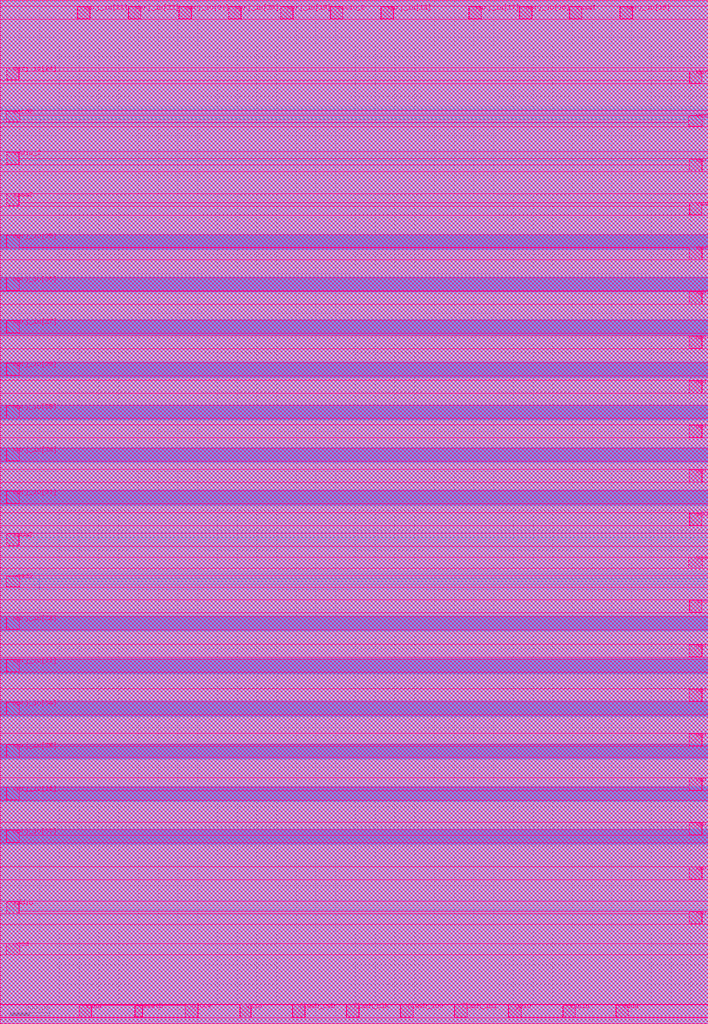
<source format=lef>
VERSION 5.7 ;
  NOWIREEXTENSIONATPIN ON ;
  DIVIDERCHAR "/" ;
  BUSBITCHARS "[]" ;
MACRO caravan
  CLASS BLOCK ;
  FOREIGN caravan ;
  ORIGIN 0.000 0.000 ;
  SIZE 3588.000 BY 5188.000 ;
  PIN clock
    DIRECTION INPUT ;
    USE SIGNAL ;
    ANTENNAGATEAREA 0.126000 ;
    PORT
      LAYER met5 ;
        RECT 938.200 32.990 1000.800 95.440 ;
    END
  END clock
  PIN flash_clk
    DIRECTION OUTPUT TRISTATE ;
    USE SIGNAL ;
    ANTENNADIFFAREA 0.340600 ;
    PORT
      LAYER met5 ;
        RECT 1755.200 32.990 1817.800 95.440 ;
    END
  END flash_clk
  PIN flash_csb
    DIRECTION OUTPUT TRISTATE ;
    USE SIGNAL ;
    ANTENNADIFFAREA 0.340600 ;
    PORT
      LAYER met5 ;
        RECT 1481.200 32.990 1543.800 95.440 ;
    END
  END flash_csb
  PIN flash_io0
    DIRECTION OUTPUT TRISTATE ;
    USE SIGNAL ;
    ANTENNADIFFAREA 0.340600 ;
    PORT
      LAYER met5 ;
        RECT 2029.200 32.990 2091.800 95.440 ;
    END
  END flash_io0
  PIN flash_io1
    DIRECTION OUTPUT TRISTATE ;
    USE SIGNAL ;
    ANTENNADIFFAREA 0.340600 ;
    PORT
      LAYER met5 ;
        RECT 2303.200 32.990 2365.800 95.440 ;
    END
  END flash_io1
  PIN gpio
    DIRECTION INOUT ;
    USE SIGNAL ;
    PORT
      LAYER met5 ;
        RECT 2577.200 32.990 2639.800 95.440 ;
    END
  END gpio
  PIN mprj_io[0]
    DIRECTION INOUT ;
    USE SIGNAL ;
    PORT
      LAYER met5 ;
        RECT 3492.560 506.200 3555.010 568.800 ;
    END
  END mprj_io[0]
  PIN mprj_io[10]
    DIRECTION INOUT ;
    USE SIGNAL ;
    PORT
      LAYER met5 ;
        RECT 3492.560 3422.200 3555.010 3484.800 ;
    END
  END mprj_io[10]
  PIN mprj_io[11]
    DIRECTION INOUT ;
    USE SIGNAL ;
    PORT
      LAYER met5 ;
        RECT 3492.560 3647.200 3555.010 3709.800 ;
    END
  END mprj_io[11]
  PIN mprj_io[12]
    DIRECTION INOUT ;
    USE SIGNAL ;
    PORT
      LAYER met5 ;
        RECT 3492.560 3872.200 3555.010 3934.800 ;
    END
  END mprj_io[12]
  PIN mprj_io[13]
    DIRECTION INOUT ;
    USE SIGNAL ;
    PORT
      LAYER met5 ;
        RECT 3492.560 4318.200 3555.010 4380.800 ;
    END
  END mprj_io[13]
  PIN mprj_io[14]
    DIRECTION INOUT ;
    USE SIGNAL ;
    PORT
      LAYER met5 ;
        RECT 3493.120 4765.110 3553.945 4825.950 ;
    END
  END mprj_io[14]
  PIN mprj_io[15]
    DIRECTION INOUT ;
    USE SIGNAL ;
    PORT
      LAYER met5 ;
        RECT 3142.050 5093.120 3202.890 5153.945 ;
    END
  END mprj_io[15]
  PIN mprj_io[16]
    DIRECTION INOUT ;
    USE SIGNAL ;
    PORT
      LAYER met5 ;
        RECT 2633.050 5093.120 2693.890 5153.945 ;
    END
  END mprj_io[16]
  PIN mprj_io[17]
    DIRECTION INOUT ;
    USE SIGNAL ;
    PORT
      LAYER met5 ;
        RECT 2376.050 5093.120 2436.890 5153.945 ;
    END
  END mprj_io[17]
  PIN mprj_io[18]
    DIRECTION INOUT ;
    USE SIGNAL ;
    PORT
      LAYER met5 ;
        RECT 1931.050 5093.120 1991.890 5153.945 ;
    END
  END mprj_io[18]
  PIN mprj_io[19]
    DIRECTION INOUT ;
    USE SIGNAL ;
    PORT
      LAYER met5 ;
        RECT 1422.050 5093.120 1482.890 5153.945 ;
    END
  END mprj_io[19]
  PIN mprj_io[1]
    DIRECTION INOUT ;
    USE SIGNAL ;
    PORT
      LAYER met5 ;
        RECT 3492.560 732.200 3555.010 794.800 ;
    END
  END mprj_io[1]
  PIN mprj_io[20]
    DIRECTION INOUT ;
    USE SIGNAL ;
    PORT
      LAYER met5 ;
        RECT 1159.050 5093.120 1219.890 5153.945 ;
    END
  END mprj_io[20]
  PIN mprj_io[21]
    DIRECTION INOUT ;
    USE SIGNAL ;
    PORT
      LAYER met5 ;
        RECT 907.050 5093.120 967.890 5153.945 ;
    END
  END mprj_io[21]
  PIN mprj_io[22]
    DIRECTION INOUT ;
    USE SIGNAL ;
    PORT
      LAYER met5 ;
        RECT 650.050 5093.120 710.890 5153.945 ;
    END
  END mprj_io[22]
  PIN mprj_io[23]
    DIRECTION INOUT ;
    USE SIGNAL ;
    PORT
      LAYER met5 ;
        RECT 393.050 5093.120 453.890 5153.945 ;
    END
  END mprj_io[23]
  PIN mprj_io[24]
    DIRECTION INOUT ;
    USE SIGNAL ;
    PORT
      LAYER met5 ;
        RECT 34.055 4783.050 94.880 4843.890 ;
    END
  END mprj_io[24]
  PIN mprj_io[25]
    DIRECTION INOUT ;
    USE SIGNAL ;
    PORT
      LAYER met5 ;
        RECT 32.990 3933.200 95.440 3995.800 ;
    END
  END mprj_io[25]
  PIN mprj_io[26]
    DIRECTION INOUT ;
    USE SIGNAL ;
    PORT
      LAYER met5 ;
        RECT 32.990 3717.200 95.440 3779.800 ;
    END
  END mprj_io[26]
  PIN mprj_io[27]
    DIRECTION INOUT ;
    USE SIGNAL ;
    PORT
      LAYER met5 ;
        RECT 32.990 3501.200 95.440 3563.800 ;
    END
  END mprj_io[27]
  PIN mprj_io[28]
    DIRECTION INOUT ;
    USE SIGNAL ;
    PORT
      LAYER met5 ;
        RECT 32.990 3285.200 95.440 3347.800 ;
    END
  END mprj_io[28]
  PIN mprj_io[29]
    DIRECTION INOUT ;
    USE SIGNAL ;
    PORT
      LAYER met5 ;
        RECT 32.990 3069.200 95.440 3131.800 ;
    END
  END mprj_io[29]
  PIN mprj_io[2]
    DIRECTION INOUT ;
    USE SIGNAL ;
    PORT
      LAYER met5 ;
        RECT 3492.560 957.200 3555.010 1019.800 ;
    END
  END mprj_io[2]
  PIN mprj_io[30]
    DIRECTION INOUT ;
    USE SIGNAL ;
    PORT
      LAYER met5 ;
        RECT 32.990 2853.200 95.440 2915.800 ;
    END
  END mprj_io[30]
  PIN mprj_io[31]
    DIRECTION INOUT ;
    USE SIGNAL ;
    PORT
      LAYER met5 ;
        RECT 32.990 2637.200 95.440 2699.800 ;
    END
  END mprj_io[31]
  PIN mprj_io[32]
    DIRECTION INOUT ;
    USE SIGNAL ;
    PORT
      LAYER met5 ;
        RECT 32.990 1999.200 95.440 2061.800 ;
    END
  END mprj_io[32]
  PIN mprj_io[33]
    DIRECTION INOUT ;
    USE SIGNAL ;
    PORT
      LAYER met5 ;
        RECT 32.990 1783.200 95.440 1845.800 ;
    END
  END mprj_io[33]
  PIN mprj_io[34]
    DIRECTION INOUT ;
    USE SIGNAL ;
    PORT
      LAYER met5 ;
        RECT 32.990 1567.200 95.440 1629.800 ;
    END
  END mprj_io[34]
  PIN mprj_io[35]
    DIRECTION INOUT ;
    USE SIGNAL ;
    PORT
      LAYER met5 ;
        RECT 32.990 1351.200 95.440 1413.800 ;
    END
  END mprj_io[35]
  PIN mprj_io[36]
    DIRECTION INOUT ;
    USE SIGNAL ;
    PORT
      LAYER met5 ;
        RECT 32.990 1135.200 95.440 1197.800 ;
    END
  END mprj_io[36]
  PIN mprj_io[37]
    DIRECTION INOUT ;
    USE SIGNAL ;
    PORT
      LAYER met5 ;
        RECT 32.990 919.200 95.440 981.800 ;
    END
  END mprj_io[37]
  PIN mprj_io[3]
    DIRECTION INOUT ;
    USE SIGNAL ;
    PORT
      LAYER met5 ;
        RECT 3492.560 1183.200 3555.010 1245.800 ;
    END
  END mprj_io[3]
  PIN mprj_io[4]
    DIRECTION INOUT ;
    USE SIGNAL ;
    PORT
      LAYER met5 ;
        RECT 3492.560 1408.200 3555.010 1470.800 ;
    END
  END mprj_io[4]
  PIN mprj_io[5]
    DIRECTION INOUT ;
    USE SIGNAL ;
    PORT
      LAYER met5 ;
        RECT 3492.560 1633.200 3555.010 1695.800 ;
    END
  END mprj_io[5]
  PIN mprj_io[6]
    DIRECTION INOUT ;
    USE SIGNAL ;
    PORT
      LAYER met5 ;
        RECT 3492.560 1859.200 3555.010 1921.800 ;
    END
  END mprj_io[6]
  PIN mprj_io[7]
    DIRECTION INOUT ;
    USE SIGNAL ;
    PORT
      LAYER met5 ;
        RECT 3492.560 2745.200 3555.010 2807.800 ;
    END
  END mprj_io[7]
  PIN mprj_io[8]
    DIRECTION INOUT ;
    USE SIGNAL ;
    PORT
      LAYER met5 ;
        RECT 3492.560 2971.200 3555.010 3033.800 ;
    END
  END mprj_io[8]
  PIN mprj_io[9]
    DIRECTION INOUT ;
    USE SIGNAL ;
    PORT
      LAYER met5 ;
        RECT 3492.560 3196.200 3555.010 3258.800 ;
    END
  END mprj_io[9]
  PIN resetb
    DIRECTION INPUT ;
    USE SIGNAL ;
    ANTENNAGATEAREA 0.126000 ;
    PORT
      LAYER met5 ;
        RECT 683.565 35.715 720.750 91.545 ;
    END
  END resetb
  PIN vccd1
    DIRECTION INPUT ;
    USE POWER ;
    PORT
      LAYER met5 ;
        RECT 3489.900 4548.330 3557.165 4602.730 ;
    END
  END vccd1
  PIN vccd2
    DIRECTION INPUT ;
    USE POWER ;
    PORT
      LAYER met5 ;
        RECT 30.835 4570.270 98.100 4624.670 ;
    END
  END vccd2
  PIN vdda
    DIRECTION INPUT ;
    USE POWER ;
    PORT
      LAYER met5 ;
        RECT 3121.110 34.055 3181.950 94.880 ;
    END
  END vdda
  PIN vdda1
    DIRECTION INPUT ;
    USE POWER ;
    PORT
      LAYER met5 ;
        RECT 3493.120 4099.110 3553.945 4159.950 ;
    END
  END vdda1
  PIN vdda1_2
    DIRECTION INPUT ;
    USE POWER ;
    PORT
      LAYER met5 ;
        RECT 3493.120 2526.110 3553.945 2586.950 ;
    END
  END vdda1_2
  PIN vdda2
    DIRECTION INPUT ;
    USE POWER ;
    PORT
      LAYER met5 ;
        RECT 34.055 2422.050 94.880 2482.890 ;
    END
  END vdda2
  PIN vddio_2
    DIRECTION INPUT ;
    USE POWER ;
    PORT
      LAYER met5 ;
        RECT 34.055 4356.050 94.880 4416.890 ;
    END
  END vddio_2
  PIN vssa1
    DIRECTION INPUT ;
    USE GROUND ;
    PORT
      LAYER met5 ;
        RECT 2885.050 5093.120 2945.890 5153.945 ;
    END
  END vssa1
  PIN vssa1_2
    DIRECTION INPUT ;
    USE GROUND ;
    PORT
      LAYER met5 ;
        RECT 3493.120 2085.110 3553.945 2145.950 ;
    END
  END vssa1_2
  PIN vssa2
    DIRECTION INPUT ;
    USE GROUND ;
    PORT
      LAYER met5 ;
        RECT 34.055 4145.050 94.880 4205.890 ;
    END
  END vssa2
  PIN vssd1
    DIRECTION INPUT ;
    USE GROUND ;
    PORT
      LAYER met5 ;
        RECT 3489.900 2309.330 3557.165 2363.730 ;
    END
  END vssd1
  PIN vssd2
    DIRECTION INPUT ;
    USE GROUND ;
    PORT
      LAYER met5 ;
        RECT 30.835 2214.270 98.100 2268.670 ;
    END
  END vssd2
  PIN vssio_2
    DIRECTION INPUT ;
    USE GROUND ;
    PORT
      LAYER met5 ;
        RECT 1674.050 5093.120 1734.890 5153.945 ;
    END
  END vssio_2
  PIN vddio
    DIRECTION INPUT ;
    USE POWER ;
    PORT
      LAYER met5 ;
        RECT 34.055 558.050 94.880 618.890 ;
    END
  END vddio
  PIN vssio
    DIRECTION INPUT ;
    USE GROUND ;
    PORT
      LAYER met5 ;
        RECT 2852.110 34.055 2912.950 94.880 ;
    END
  END vssio
  PIN vssa
    DIRECTION INPUT ;
    USE GROUND ;
    PORT
      LAYER met5 ;
        RECT 401.110 34.055 461.950 94.880 ;
    END
  END vssa
  PIN vccd
    DIRECTION INPUT ;
    USE POWER ;
    PORT
      LAYER met5 ;
        RECT 30.835 350.270 98.100 404.670 ;
    END
  END vccd
  PIN vssd
    DIRECTION INPUT ;
    USE GROUND ;
    PORT
      LAYER met5 ;
        RECT 1216.330 30.835 1270.730 98.100 ;
    END
  END vssd
  OBS
      LAYER li1 ;
        RECT 0.220 0.220 3587.780 5187.695 ;
      LAYER met1 ;
        RECT 0.000 4002.145 3588.000 5187.725 ;
      LAYER met1 ;
        RECT 0.000 3921.855 206.845 4002.145 ;
      LAYER met1 ;
        RECT 206.845 3921.855 3588.000 4002.145 ;
        RECT 0.000 3786.145 3588.000 3921.855 ;
      LAYER met1 ;
        RECT 0.000 3705.855 206.845 3786.145 ;
      LAYER met1 ;
        RECT 206.845 3705.855 3588.000 3786.145 ;
        RECT 0.000 3570.145 3588.000 3705.855 ;
      LAYER met1 ;
        RECT 0.000 3489.855 206.845 3570.145 ;
      LAYER met1 ;
        RECT 206.845 3489.855 3588.000 3570.145 ;
        RECT 0.000 3354.145 3588.000 3489.855 ;
      LAYER met1 ;
        RECT 0.000 3273.855 206.845 3354.145 ;
      LAYER met1 ;
        RECT 206.845 3273.855 3588.000 3354.145 ;
        RECT 0.000 3138.145 3588.000 3273.855 ;
      LAYER met1 ;
        RECT 0.000 3057.855 206.845 3138.145 ;
      LAYER met1 ;
        RECT 206.845 3057.855 3588.000 3138.145 ;
        RECT 0.000 2922.145 3588.000 3057.855 ;
      LAYER met1 ;
        RECT 0.000 2841.855 206.845 2922.145 ;
      LAYER met1 ;
        RECT 206.845 2841.855 3588.000 2922.145 ;
        RECT 0.000 2706.145 3588.000 2841.855 ;
      LAYER met1 ;
        RECT 0.000 2625.855 206.845 2706.145 ;
      LAYER met1 ;
        RECT 206.845 2625.855 3588.000 2706.145 ;
        RECT 0.000 2068.145 3588.000 2625.855 ;
      LAYER met1 ;
        RECT 0.000 1987.855 206.845 2068.145 ;
      LAYER met1 ;
        RECT 206.845 1987.855 3588.000 2068.145 ;
        RECT 0.000 1852.145 3588.000 1987.855 ;
      LAYER met1 ;
        RECT 0.000 1771.855 206.845 1852.145 ;
      LAYER met1 ;
        RECT 206.845 1771.855 3588.000 1852.145 ;
        RECT 0.000 1636.145 3588.000 1771.855 ;
      LAYER met1 ;
        RECT 0.000 1555.855 206.845 1636.145 ;
      LAYER met1 ;
        RECT 206.845 1555.855 3588.000 1636.145 ;
        RECT 0.000 1420.145 3588.000 1555.855 ;
      LAYER met1 ;
        RECT 0.000 1339.855 206.845 1420.145 ;
      LAYER met1 ;
        RECT 206.845 1339.855 3588.000 1420.145 ;
        RECT 0.000 1204.145 3588.000 1339.855 ;
      LAYER met1 ;
        RECT 0.000 1123.855 206.845 1204.145 ;
      LAYER met1 ;
        RECT 206.845 1123.855 3588.000 1204.145 ;
        RECT 0.000 988.145 3588.000 1123.855 ;
      LAYER met1 ;
        RECT 0.000 907.855 206.845 988.145 ;
      LAYER met1 ;
        RECT 206.845 907.855 3588.000 988.145 ;
        RECT 0.000 0.000 3588.000 907.855 ;
      LAYER met2 ;
        RECT 0.000 4645.935 3588.000 5183.075 ;
      LAYER met2 ;
        RECT 0.000 4636.200 174.540 4645.935 ;
      LAYER met2 ;
        RECT 174.540 4636.200 3588.000 4645.935 ;
        RECT 0.000 4635.000 3588.000 4636.200 ;
      LAYER met2 ;
        RECT 0.000 4634.700 197.965 4635.000 ;
      LAYER met2 ;
        RECT 197.965 4634.700 3588.000 4635.000 ;
      LAYER met2 ;
        RECT 0.000 4629.700 200.525 4634.700 ;
      LAYER met2 ;
        RECT 200.525 4629.700 3588.000 4634.700 ;
      LAYER met2 ;
        RECT 0.000 4614.095 205.525 4629.700 ;
      LAYER met2 ;
        RECT 205.525 4614.095 3588.000 4629.700 ;
      LAYER met2 ;
        RECT 0.000 4613.535 197.965 4614.095 ;
      LAYER met2 ;
        RECT 197.965 4613.535 3588.000 4614.095 ;
      LAYER met2 ;
        RECT 0.000 4580.925 198.000 4613.535 ;
      LAYER met2 ;
        RECT 198.000 4580.925 3588.000 4613.535 ;
      LAYER met2 ;
        RECT 0.000 4580.495 197.965 4580.925 ;
      LAYER met2 ;
        RECT 197.965 4580.495 3588.000 4580.925 ;
      LAYER met2 ;
        RECT 0.000 4565.490 205.525 4580.495 ;
      LAYER met2 ;
        RECT 205.525 4565.490 3588.000 4580.495 ;
      LAYER met2 ;
        RECT 0.000 4560.490 200.525 4565.490 ;
      LAYER met2 ;
        RECT 200.525 4560.490 3588.000 4565.490 ;
        RECT 0.000 4001.915 3588.000 4560.490 ;
      LAYER met2 ;
        RECT 0.000 4000.865 208.565 4001.915 ;
      LAYER met2 ;
        RECT 208.565 4000.865 3588.000 4001.915 ;
      LAYER met2 ;
        RECT 0.000 4000.025 208.285 4000.865 ;
      LAYER met2 ;
        RECT 208.285 4000.025 3588.000 4000.865 ;
      LAYER met2 ;
        RECT 0.000 3997.645 208.565 4000.025 ;
      LAYER met2 ;
        RECT 208.565 3997.645 3588.000 4000.025 ;
      LAYER met2 ;
        RECT 0.000 3996.805 208.285 3997.645 ;
      LAYER met2 ;
        RECT 208.285 3996.805 3588.000 3997.645 ;
      LAYER met2 ;
        RECT 0.000 3994.425 208.565 3996.805 ;
      LAYER met2 ;
        RECT 208.565 3994.425 3588.000 3996.805 ;
      LAYER met2 ;
        RECT 0.000 3993.585 208.285 3994.425 ;
      LAYER met2 ;
        RECT 208.285 3993.585 3588.000 3994.425 ;
      LAYER met2 ;
        RECT 0.000 3991.665 208.565 3993.585 ;
      LAYER met2 ;
        RECT 208.565 3991.665 3588.000 3993.585 ;
      LAYER met2 ;
        RECT 0.000 3990.825 208.285 3991.665 ;
      LAYER met2 ;
        RECT 208.285 3990.825 3588.000 3991.665 ;
      LAYER met2 ;
        RECT 0.000 3988.445 208.565 3990.825 ;
      LAYER met2 ;
        RECT 208.565 3988.445 3588.000 3990.825 ;
      LAYER met2 ;
        RECT 0.000 3987.605 208.285 3988.445 ;
      LAYER met2 ;
        RECT 208.285 3987.605 3588.000 3988.445 ;
      LAYER met2 ;
        RECT 0.000 3985.225 208.565 3987.605 ;
      LAYER met2 ;
        RECT 208.565 3985.225 3588.000 3987.605 ;
      LAYER met2 ;
        RECT 0.000 3984.385 208.285 3985.225 ;
      LAYER met2 ;
        RECT 208.285 3984.385 3588.000 3985.225 ;
      LAYER met2 ;
        RECT 0.000 3982.465 208.565 3984.385 ;
      LAYER met2 ;
        RECT 208.565 3982.465 3588.000 3984.385 ;
      LAYER met2 ;
        RECT 0.000 3981.625 208.285 3982.465 ;
      LAYER met2 ;
        RECT 208.285 3981.625 3588.000 3982.465 ;
      LAYER met2 ;
        RECT 0.000 3979.245 208.565 3981.625 ;
      LAYER met2 ;
        RECT 208.565 3979.245 3588.000 3981.625 ;
      LAYER met2 ;
        RECT 0.000 3978.405 208.285 3979.245 ;
      LAYER met2 ;
        RECT 208.285 3978.405 3588.000 3979.245 ;
      LAYER met2 ;
        RECT 0.000 3976.025 208.565 3978.405 ;
      LAYER met2 ;
        RECT 208.565 3976.025 3588.000 3978.405 ;
      LAYER met2 ;
        RECT 0.000 3975.185 208.285 3976.025 ;
      LAYER met2 ;
        RECT 208.285 3975.185 3588.000 3976.025 ;
      LAYER met2 ;
        RECT 0.000 3973.265 208.565 3975.185 ;
      LAYER met2 ;
        RECT 208.565 3973.265 3588.000 3975.185 ;
      LAYER met2 ;
        RECT 0.000 3972.425 208.285 3973.265 ;
      LAYER met2 ;
        RECT 208.285 3972.425 3588.000 3973.265 ;
      LAYER met2 ;
        RECT 0.000 3970.045 208.565 3972.425 ;
      LAYER met2 ;
        RECT 208.565 3970.045 3588.000 3972.425 ;
      LAYER met2 ;
        RECT 0.000 3969.205 208.285 3970.045 ;
      LAYER met2 ;
        RECT 208.285 3969.205 3588.000 3970.045 ;
      LAYER met2 ;
        RECT 0.000 3966.825 208.565 3969.205 ;
      LAYER met2 ;
        RECT 208.565 3966.825 3588.000 3969.205 ;
      LAYER met2 ;
        RECT 0.000 3965.985 208.285 3966.825 ;
      LAYER met2 ;
        RECT 208.285 3965.985 3588.000 3966.825 ;
      LAYER met2 ;
        RECT 0.000 3964.065 208.565 3965.985 ;
      LAYER met2 ;
        RECT 208.565 3964.065 3588.000 3965.985 ;
      LAYER met2 ;
        RECT 0.000 3963.225 208.285 3964.065 ;
      LAYER met2 ;
        RECT 208.285 3963.225 3588.000 3964.065 ;
      LAYER met2 ;
        RECT 0.000 3960.845 208.565 3963.225 ;
      LAYER met2 ;
        RECT 208.565 3960.845 3588.000 3963.225 ;
      LAYER met2 ;
        RECT 0.000 3960.005 208.285 3960.845 ;
      LAYER met2 ;
        RECT 208.285 3960.005 3588.000 3960.845 ;
      LAYER met2 ;
        RECT 0.000 3957.625 208.565 3960.005 ;
      LAYER met2 ;
        RECT 208.565 3957.625 3588.000 3960.005 ;
      LAYER met2 ;
        RECT 0.000 3956.785 208.285 3957.625 ;
      LAYER met2 ;
        RECT 208.285 3956.785 3588.000 3957.625 ;
      LAYER met2 ;
        RECT 0.000 3954.405 208.565 3956.785 ;
      LAYER met2 ;
        RECT 208.565 3954.405 3588.000 3956.785 ;
      LAYER met2 ;
        RECT 0.000 3953.565 208.285 3954.405 ;
      LAYER met2 ;
        RECT 208.285 3953.565 3588.000 3954.405 ;
      LAYER met2 ;
        RECT 0.000 3951.645 208.565 3953.565 ;
      LAYER met2 ;
        RECT 208.565 3951.645 3588.000 3953.565 ;
      LAYER met2 ;
        RECT 0.000 3950.805 208.285 3951.645 ;
      LAYER met2 ;
        RECT 208.285 3950.805 3588.000 3951.645 ;
      LAYER met2 ;
        RECT 0.000 3948.425 208.565 3950.805 ;
      LAYER met2 ;
        RECT 208.565 3948.425 3588.000 3950.805 ;
      LAYER met2 ;
        RECT 0.000 3947.585 208.285 3948.425 ;
      LAYER met2 ;
        RECT 208.285 3947.585 3588.000 3948.425 ;
      LAYER met2 ;
        RECT 0.000 3945.205 208.565 3947.585 ;
      LAYER met2 ;
        RECT 208.565 3945.205 3588.000 3947.585 ;
      LAYER met2 ;
        RECT 0.000 3944.365 208.285 3945.205 ;
      LAYER met2 ;
        RECT 208.285 3944.365 3588.000 3945.205 ;
      LAYER met2 ;
        RECT 0.000 3942.445 208.565 3944.365 ;
      LAYER met2 ;
        RECT 208.565 3942.445 3588.000 3944.365 ;
      LAYER met2 ;
        RECT 0.000 3941.605 208.285 3942.445 ;
      LAYER met2 ;
        RECT 208.285 3941.605 3588.000 3942.445 ;
      LAYER met2 ;
        RECT 0.000 3939.225 208.565 3941.605 ;
      LAYER met2 ;
        RECT 208.565 3939.225 3588.000 3941.605 ;
      LAYER met2 ;
        RECT 0.000 3938.385 208.285 3939.225 ;
      LAYER met2 ;
        RECT 208.285 3938.385 3588.000 3939.225 ;
      LAYER met2 ;
        RECT 0.000 3936.005 208.565 3938.385 ;
      LAYER met2 ;
        RECT 208.565 3936.005 3588.000 3938.385 ;
      LAYER met2 ;
        RECT 0.000 3935.165 208.285 3936.005 ;
      LAYER met2 ;
        RECT 208.285 3935.165 3588.000 3936.005 ;
      LAYER met2 ;
        RECT 0.000 3933.245 208.565 3935.165 ;
      LAYER met2 ;
        RECT 208.565 3933.245 3588.000 3935.165 ;
      LAYER met2 ;
        RECT 0.000 3932.405 208.285 3933.245 ;
      LAYER met2 ;
        RECT 208.285 3932.405 3588.000 3933.245 ;
      LAYER met2 ;
        RECT 0.000 3930.025 208.565 3932.405 ;
      LAYER met2 ;
        RECT 208.565 3930.025 3588.000 3932.405 ;
      LAYER met2 ;
        RECT 0.000 3929.185 208.285 3930.025 ;
      LAYER met2 ;
        RECT 208.285 3929.185 3588.000 3930.025 ;
      LAYER met2 ;
        RECT 0.000 3926.805 208.565 3929.185 ;
      LAYER met2 ;
        RECT 208.565 3926.805 3588.000 3929.185 ;
      LAYER met2 ;
        RECT 0.000 3925.965 208.285 3926.805 ;
      LAYER met2 ;
        RECT 208.285 3925.965 3588.000 3926.805 ;
      LAYER met2 ;
        RECT 0.000 3924.045 208.565 3925.965 ;
      LAYER met2 ;
        RECT 208.565 3924.045 3588.000 3925.965 ;
      LAYER met2 ;
        RECT 0.000 3923.205 208.285 3924.045 ;
      LAYER met2 ;
        RECT 208.285 3923.205 3588.000 3924.045 ;
      LAYER met2 ;
        RECT 0.000 3922.210 208.565 3923.205 ;
      LAYER met2 ;
        RECT 208.565 3922.210 3588.000 3923.205 ;
        RECT 0.000 3785.915 3588.000 3922.210 ;
      LAYER met2 ;
        RECT 0.000 3784.865 208.565 3785.915 ;
      LAYER met2 ;
        RECT 208.565 3784.865 3588.000 3785.915 ;
      LAYER met2 ;
        RECT 0.000 3784.025 208.285 3784.865 ;
      LAYER met2 ;
        RECT 208.285 3784.025 3588.000 3784.865 ;
      LAYER met2 ;
        RECT 0.000 3781.645 208.565 3784.025 ;
      LAYER met2 ;
        RECT 208.565 3781.645 3588.000 3784.025 ;
      LAYER met2 ;
        RECT 0.000 3780.805 208.285 3781.645 ;
      LAYER met2 ;
        RECT 208.285 3780.805 3588.000 3781.645 ;
      LAYER met2 ;
        RECT 0.000 3778.425 208.565 3780.805 ;
      LAYER met2 ;
        RECT 208.565 3778.425 3588.000 3780.805 ;
      LAYER met2 ;
        RECT 0.000 3777.585 208.285 3778.425 ;
      LAYER met2 ;
        RECT 208.285 3777.585 3588.000 3778.425 ;
      LAYER met2 ;
        RECT 0.000 3775.665 208.565 3777.585 ;
      LAYER met2 ;
        RECT 208.565 3775.665 3588.000 3777.585 ;
      LAYER met2 ;
        RECT 0.000 3774.825 208.285 3775.665 ;
      LAYER met2 ;
        RECT 208.285 3774.825 3588.000 3775.665 ;
      LAYER met2 ;
        RECT 0.000 3772.445 208.565 3774.825 ;
      LAYER met2 ;
        RECT 208.565 3772.445 3588.000 3774.825 ;
      LAYER met2 ;
        RECT 0.000 3771.605 208.285 3772.445 ;
      LAYER met2 ;
        RECT 208.285 3771.605 3588.000 3772.445 ;
      LAYER met2 ;
        RECT 0.000 3769.225 208.565 3771.605 ;
      LAYER met2 ;
        RECT 208.565 3769.225 3588.000 3771.605 ;
      LAYER met2 ;
        RECT 0.000 3768.385 208.285 3769.225 ;
      LAYER met2 ;
        RECT 208.285 3768.385 3588.000 3769.225 ;
      LAYER met2 ;
        RECT 0.000 3766.465 208.565 3768.385 ;
      LAYER met2 ;
        RECT 208.565 3766.465 3588.000 3768.385 ;
      LAYER met2 ;
        RECT 0.000 3765.625 208.285 3766.465 ;
      LAYER met2 ;
        RECT 208.285 3765.625 3588.000 3766.465 ;
      LAYER met2 ;
        RECT 0.000 3763.245 208.565 3765.625 ;
      LAYER met2 ;
        RECT 208.565 3763.245 3588.000 3765.625 ;
      LAYER met2 ;
        RECT 0.000 3762.405 208.285 3763.245 ;
      LAYER met2 ;
        RECT 208.285 3762.405 3588.000 3763.245 ;
      LAYER met2 ;
        RECT 0.000 3760.025 208.565 3762.405 ;
      LAYER met2 ;
        RECT 208.565 3760.025 3588.000 3762.405 ;
      LAYER met2 ;
        RECT 0.000 3759.185 208.285 3760.025 ;
      LAYER met2 ;
        RECT 208.285 3759.185 3588.000 3760.025 ;
      LAYER met2 ;
        RECT 0.000 3757.265 208.565 3759.185 ;
      LAYER met2 ;
        RECT 208.565 3757.265 3588.000 3759.185 ;
      LAYER met2 ;
        RECT 0.000 3756.425 208.285 3757.265 ;
      LAYER met2 ;
        RECT 208.285 3756.425 3588.000 3757.265 ;
      LAYER met2 ;
        RECT 0.000 3754.045 208.565 3756.425 ;
      LAYER met2 ;
        RECT 208.565 3754.045 3588.000 3756.425 ;
      LAYER met2 ;
        RECT 0.000 3753.205 208.285 3754.045 ;
      LAYER met2 ;
        RECT 208.285 3753.205 3588.000 3754.045 ;
      LAYER met2 ;
        RECT 0.000 3750.825 208.565 3753.205 ;
      LAYER met2 ;
        RECT 208.565 3750.825 3588.000 3753.205 ;
      LAYER met2 ;
        RECT 0.000 3749.985 208.285 3750.825 ;
      LAYER met2 ;
        RECT 208.285 3749.985 3588.000 3750.825 ;
      LAYER met2 ;
        RECT 0.000 3748.065 208.565 3749.985 ;
      LAYER met2 ;
        RECT 208.565 3748.065 3588.000 3749.985 ;
      LAYER met2 ;
        RECT 0.000 3747.225 208.285 3748.065 ;
      LAYER met2 ;
        RECT 208.285 3747.225 3588.000 3748.065 ;
      LAYER met2 ;
        RECT 0.000 3744.845 208.565 3747.225 ;
      LAYER met2 ;
        RECT 208.565 3744.845 3588.000 3747.225 ;
      LAYER met2 ;
        RECT 0.000 3744.005 208.285 3744.845 ;
      LAYER met2 ;
        RECT 208.285 3744.005 3588.000 3744.845 ;
      LAYER met2 ;
        RECT 0.000 3741.625 208.565 3744.005 ;
      LAYER met2 ;
        RECT 208.565 3741.625 3588.000 3744.005 ;
      LAYER met2 ;
        RECT 0.000 3740.785 208.285 3741.625 ;
      LAYER met2 ;
        RECT 208.285 3740.785 3588.000 3741.625 ;
      LAYER met2 ;
        RECT 0.000 3738.405 208.565 3740.785 ;
      LAYER met2 ;
        RECT 208.565 3738.405 3588.000 3740.785 ;
      LAYER met2 ;
        RECT 0.000 3737.565 208.285 3738.405 ;
      LAYER met2 ;
        RECT 208.285 3737.565 3588.000 3738.405 ;
      LAYER met2 ;
        RECT 0.000 3735.645 208.565 3737.565 ;
      LAYER met2 ;
        RECT 208.565 3735.645 3588.000 3737.565 ;
      LAYER met2 ;
        RECT 0.000 3734.805 208.285 3735.645 ;
      LAYER met2 ;
        RECT 208.285 3734.805 3588.000 3735.645 ;
      LAYER met2 ;
        RECT 0.000 3732.425 208.565 3734.805 ;
      LAYER met2 ;
        RECT 208.565 3732.425 3588.000 3734.805 ;
      LAYER met2 ;
        RECT 0.000 3731.585 208.285 3732.425 ;
      LAYER met2 ;
        RECT 208.285 3731.585 3588.000 3732.425 ;
      LAYER met2 ;
        RECT 0.000 3729.205 208.565 3731.585 ;
      LAYER met2 ;
        RECT 208.565 3729.205 3588.000 3731.585 ;
      LAYER met2 ;
        RECT 0.000 3728.365 208.285 3729.205 ;
      LAYER met2 ;
        RECT 208.285 3728.365 3588.000 3729.205 ;
      LAYER met2 ;
        RECT 0.000 3726.445 208.565 3728.365 ;
      LAYER met2 ;
        RECT 208.565 3726.445 3588.000 3728.365 ;
      LAYER met2 ;
        RECT 0.000 3725.605 208.285 3726.445 ;
      LAYER met2 ;
        RECT 208.285 3725.605 3588.000 3726.445 ;
      LAYER met2 ;
        RECT 0.000 3723.225 208.565 3725.605 ;
      LAYER met2 ;
        RECT 208.565 3723.225 3588.000 3725.605 ;
      LAYER met2 ;
        RECT 0.000 3722.385 208.285 3723.225 ;
      LAYER met2 ;
        RECT 208.285 3722.385 3588.000 3723.225 ;
      LAYER met2 ;
        RECT 0.000 3720.005 208.565 3722.385 ;
      LAYER met2 ;
        RECT 208.565 3720.005 3588.000 3722.385 ;
      LAYER met2 ;
        RECT 0.000 3719.165 208.285 3720.005 ;
      LAYER met2 ;
        RECT 208.285 3719.165 3588.000 3720.005 ;
      LAYER met2 ;
        RECT 0.000 3717.245 208.565 3719.165 ;
      LAYER met2 ;
        RECT 208.565 3717.245 3588.000 3719.165 ;
      LAYER met2 ;
        RECT 0.000 3716.405 208.285 3717.245 ;
      LAYER met2 ;
        RECT 208.285 3716.405 3588.000 3717.245 ;
      LAYER met2 ;
        RECT 0.000 3714.025 208.565 3716.405 ;
      LAYER met2 ;
        RECT 208.565 3714.025 3588.000 3716.405 ;
      LAYER met2 ;
        RECT 0.000 3713.185 208.285 3714.025 ;
      LAYER met2 ;
        RECT 208.285 3713.185 3588.000 3714.025 ;
      LAYER met2 ;
        RECT 0.000 3710.805 208.565 3713.185 ;
      LAYER met2 ;
        RECT 208.565 3710.805 3588.000 3713.185 ;
      LAYER met2 ;
        RECT 0.000 3709.965 208.285 3710.805 ;
      LAYER met2 ;
        RECT 208.285 3709.965 3588.000 3710.805 ;
      LAYER met2 ;
        RECT 0.000 3708.045 208.565 3709.965 ;
      LAYER met2 ;
        RECT 208.565 3708.045 3588.000 3709.965 ;
      LAYER met2 ;
        RECT 0.000 3707.205 208.285 3708.045 ;
      LAYER met2 ;
        RECT 208.285 3707.205 3588.000 3708.045 ;
      LAYER met2 ;
        RECT 0.000 3706.210 208.565 3707.205 ;
      LAYER met2 ;
        RECT 208.565 3706.210 3588.000 3707.205 ;
        RECT 0.000 3569.915 3588.000 3706.210 ;
      LAYER met2 ;
        RECT 0.000 3568.865 208.565 3569.915 ;
      LAYER met2 ;
        RECT 208.565 3568.865 3588.000 3569.915 ;
      LAYER met2 ;
        RECT 0.000 3568.025 208.285 3568.865 ;
      LAYER met2 ;
        RECT 208.285 3568.025 3588.000 3568.865 ;
      LAYER met2 ;
        RECT 0.000 3565.645 208.565 3568.025 ;
      LAYER met2 ;
        RECT 208.565 3565.645 3588.000 3568.025 ;
      LAYER met2 ;
        RECT 0.000 3564.805 208.285 3565.645 ;
      LAYER met2 ;
        RECT 208.285 3564.805 3588.000 3565.645 ;
      LAYER met2 ;
        RECT 0.000 3562.425 208.565 3564.805 ;
      LAYER met2 ;
        RECT 208.565 3562.425 3588.000 3564.805 ;
      LAYER met2 ;
        RECT 0.000 3561.585 208.285 3562.425 ;
      LAYER met2 ;
        RECT 208.285 3561.585 3588.000 3562.425 ;
      LAYER met2 ;
        RECT 0.000 3559.665 208.565 3561.585 ;
      LAYER met2 ;
        RECT 208.565 3559.665 3588.000 3561.585 ;
      LAYER met2 ;
        RECT 0.000 3558.825 208.285 3559.665 ;
      LAYER met2 ;
        RECT 208.285 3558.825 3588.000 3559.665 ;
      LAYER met2 ;
        RECT 0.000 3556.445 208.565 3558.825 ;
      LAYER met2 ;
        RECT 208.565 3556.445 3588.000 3558.825 ;
      LAYER met2 ;
        RECT 0.000 3555.605 208.285 3556.445 ;
      LAYER met2 ;
        RECT 208.285 3555.605 3588.000 3556.445 ;
      LAYER met2 ;
        RECT 0.000 3553.225 208.565 3555.605 ;
      LAYER met2 ;
        RECT 208.565 3553.225 3588.000 3555.605 ;
      LAYER met2 ;
        RECT 0.000 3552.385 208.285 3553.225 ;
      LAYER met2 ;
        RECT 208.285 3552.385 3588.000 3553.225 ;
      LAYER met2 ;
        RECT 0.000 3550.465 208.565 3552.385 ;
      LAYER met2 ;
        RECT 208.565 3550.465 3588.000 3552.385 ;
      LAYER met2 ;
        RECT 0.000 3549.625 208.285 3550.465 ;
      LAYER met2 ;
        RECT 208.285 3549.625 3588.000 3550.465 ;
      LAYER met2 ;
        RECT 0.000 3547.245 208.565 3549.625 ;
      LAYER met2 ;
        RECT 208.565 3547.245 3588.000 3549.625 ;
      LAYER met2 ;
        RECT 0.000 3546.405 208.285 3547.245 ;
      LAYER met2 ;
        RECT 208.285 3546.405 3588.000 3547.245 ;
      LAYER met2 ;
        RECT 0.000 3544.025 208.565 3546.405 ;
      LAYER met2 ;
        RECT 208.565 3544.025 3588.000 3546.405 ;
      LAYER met2 ;
        RECT 0.000 3543.185 208.285 3544.025 ;
      LAYER met2 ;
        RECT 208.285 3543.185 3588.000 3544.025 ;
      LAYER met2 ;
        RECT 0.000 3541.265 208.565 3543.185 ;
      LAYER met2 ;
        RECT 208.565 3541.265 3588.000 3543.185 ;
      LAYER met2 ;
        RECT 0.000 3540.425 208.285 3541.265 ;
      LAYER met2 ;
        RECT 208.285 3540.425 3588.000 3541.265 ;
      LAYER met2 ;
        RECT 0.000 3538.045 208.565 3540.425 ;
      LAYER met2 ;
        RECT 208.565 3538.045 3588.000 3540.425 ;
      LAYER met2 ;
        RECT 0.000 3537.205 208.285 3538.045 ;
      LAYER met2 ;
        RECT 208.285 3537.205 3588.000 3538.045 ;
      LAYER met2 ;
        RECT 0.000 3534.825 208.565 3537.205 ;
      LAYER met2 ;
        RECT 208.565 3534.825 3588.000 3537.205 ;
      LAYER met2 ;
        RECT 0.000 3533.985 208.285 3534.825 ;
      LAYER met2 ;
        RECT 208.285 3533.985 3588.000 3534.825 ;
      LAYER met2 ;
        RECT 0.000 3532.065 208.565 3533.985 ;
      LAYER met2 ;
        RECT 208.565 3532.065 3588.000 3533.985 ;
      LAYER met2 ;
        RECT 0.000 3531.225 208.285 3532.065 ;
      LAYER met2 ;
        RECT 208.285 3531.225 3588.000 3532.065 ;
      LAYER met2 ;
        RECT 0.000 3528.845 208.565 3531.225 ;
      LAYER met2 ;
        RECT 208.565 3528.845 3588.000 3531.225 ;
      LAYER met2 ;
        RECT 0.000 3528.005 208.285 3528.845 ;
      LAYER met2 ;
        RECT 208.285 3528.005 3588.000 3528.845 ;
      LAYER met2 ;
        RECT 0.000 3525.625 208.565 3528.005 ;
      LAYER met2 ;
        RECT 208.565 3525.625 3588.000 3528.005 ;
      LAYER met2 ;
        RECT 0.000 3524.785 208.285 3525.625 ;
      LAYER met2 ;
        RECT 208.285 3524.785 3588.000 3525.625 ;
      LAYER met2 ;
        RECT 0.000 3522.405 208.565 3524.785 ;
      LAYER met2 ;
        RECT 208.565 3522.405 3588.000 3524.785 ;
      LAYER met2 ;
        RECT 0.000 3521.565 208.285 3522.405 ;
      LAYER met2 ;
        RECT 208.285 3521.565 3588.000 3522.405 ;
      LAYER met2 ;
        RECT 0.000 3519.645 208.565 3521.565 ;
      LAYER met2 ;
        RECT 208.565 3519.645 3588.000 3521.565 ;
      LAYER met2 ;
        RECT 0.000 3518.805 208.285 3519.645 ;
      LAYER met2 ;
        RECT 208.285 3518.805 3588.000 3519.645 ;
      LAYER met2 ;
        RECT 0.000 3516.425 208.565 3518.805 ;
      LAYER met2 ;
        RECT 208.565 3516.425 3588.000 3518.805 ;
      LAYER met2 ;
        RECT 0.000 3515.585 208.285 3516.425 ;
      LAYER met2 ;
        RECT 208.285 3515.585 3588.000 3516.425 ;
      LAYER met2 ;
        RECT 0.000 3513.205 208.565 3515.585 ;
      LAYER met2 ;
        RECT 208.565 3513.205 3588.000 3515.585 ;
      LAYER met2 ;
        RECT 0.000 3512.365 208.285 3513.205 ;
      LAYER met2 ;
        RECT 208.285 3512.365 3588.000 3513.205 ;
      LAYER met2 ;
        RECT 0.000 3510.445 208.565 3512.365 ;
      LAYER met2 ;
        RECT 208.565 3510.445 3588.000 3512.365 ;
      LAYER met2 ;
        RECT 0.000 3509.605 208.285 3510.445 ;
      LAYER met2 ;
        RECT 208.285 3509.605 3588.000 3510.445 ;
      LAYER met2 ;
        RECT 0.000 3507.225 208.565 3509.605 ;
      LAYER met2 ;
        RECT 208.565 3507.225 3588.000 3509.605 ;
      LAYER met2 ;
        RECT 0.000 3506.385 208.285 3507.225 ;
      LAYER met2 ;
        RECT 208.285 3506.385 3588.000 3507.225 ;
      LAYER met2 ;
        RECT 0.000 3504.005 208.565 3506.385 ;
      LAYER met2 ;
        RECT 208.565 3504.005 3588.000 3506.385 ;
      LAYER met2 ;
        RECT 0.000 3503.165 208.285 3504.005 ;
      LAYER met2 ;
        RECT 208.285 3503.165 3588.000 3504.005 ;
      LAYER met2 ;
        RECT 0.000 3501.245 208.565 3503.165 ;
      LAYER met2 ;
        RECT 208.565 3501.245 3588.000 3503.165 ;
      LAYER met2 ;
        RECT 0.000 3500.405 208.285 3501.245 ;
      LAYER met2 ;
        RECT 208.285 3500.405 3588.000 3501.245 ;
      LAYER met2 ;
        RECT 0.000 3498.025 208.565 3500.405 ;
      LAYER met2 ;
        RECT 208.565 3498.025 3588.000 3500.405 ;
      LAYER met2 ;
        RECT 0.000 3497.185 208.285 3498.025 ;
      LAYER met2 ;
        RECT 208.285 3497.185 3588.000 3498.025 ;
      LAYER met2 ;
        RECT 0.000 3494.805 208.565 3497.185 ;
      LAYER met2 ;
        RECT 208.565 3494.805 3588.000 3497.185 ;
      LAYER met2 ;
        RECT 0.000 3493.965 208.285 3494.805 ;
      LAYER met2 ;
        RECT 208.285 3493.965 3588.000 3494.805 ;
      LAYER met2 ;
        RECT 0.000 3492.045 208.565 3493.965 ;
      LAYER met2 ;
        RECT 208.565 3492.045 3588.000 3493.965 ;
      LAYER met2 ;
        RECT 0.000 3491.205 208.285 3492.045 ;
      LAYER met2 ;
        RECT 208.285 3491.205 3588.000 3492.045 ;
      LAYER met2 ;
        RECT 0.000 3490.210 208.565 3491.205 ;
      LAYER met2 ;
        RECT 208.565 3490.210 3588.000 3491.205 ;
        RECT 0.000 3353.915 3588.000 3490.210 ;
      LAYER met2 ;
        RECT 0.000 3352.865 208.565 3353.915 ;
      LAYER met2 ;
        RECT 208.565 3352.865 3588.000 3353.915 ;
      LAYER met2 ;
        RECT 0.000 3352.025 208.285 3352.865 ;
      LAYER met2 ;
        RECT 208.285 3352.025 3588.000 3352.865 ;
      LAYER met2 ;
        RECT 0.000 3349.645 208.565 3352.025 ;
      LAYER met2 ;
        RECT 208.565 3349.645 3588.000 3352.025 ;
      LAYER met2 ;
        RECT 0.000 3348.805 208.285 3349.645 ;
      LAYER met2 ;
        RECT 208.285 3348.805 3588.000 3349.645 ;
      LAYER met2 ;
        RECT 0.000 3346.425 208.565 3348.805 ;
      LAYER met2 ;
        RECT 208.565 3346.425 3588.000 3348.805 ;
      LAYER met2 ;
        RECT 0.000 3345.585 208.285 3346.425 ;
      LAYER met2 ;
        RECT 208.285 3345.585 3588.000 3346.425 ;
      LAYER met2 ;
        RECT 0.000 3343.665 208.565 3345.585 ;
      LAYER met2 ;
        RECT 208.565 3343.665 3588.000 3345.585 ;
      LAYER met2 ;
        RECT 0.000 3342.825 208.285 3343.665 ;
      LAYER met2 ;
        RECT 208.285 3342.825 3588.000 3343.665 ;
      LAYER met2 ;
        RECT 0.000 3340.445 208.565 3342.825 ;
      LAYER met2 ;
        RECT 208.565 3340.445 3588.000 3342.825 ;
      LAYER met2 ;
        RECT 0.000 3339.605 208.285 3340.445 ;
      LAYER met2 ;
        RECT 208.285 3339.605 3588.000 3340.445 ;
      LAYER met2 ;
        RECT 0.000 3337.225 208.565 3339.605 ;
      LAYER met2 ;
        RECT 208.565 3337.225 3588.000 3339.605 ;
      LAYER met2 ;
        RECT 0.000 3336.385 208.285 3337.225 ;
      LAYER met2 ;
        RECT 208.285 3336.385 3588.000 3337.225 ;
      LAYER met2 ;
        RECT 0.000 3334.465 208.565 3336.385 ;
      LAYER met2 ;
        RECT 208.565 3334.465 3588.000 3336.385 ;
      LAYER met2 ;
        RECT 0.000 3333.625 208.285 3334.465 ;
      LAYER met2 ;
        RECT 208.285 3333.625 3588.000 3334.465 ;
      LAYER met2 ;
        RECT 0.000 3331.245 208.565 3333.625 ;
      LAYER met2 ;
        RECT 208.565 3331.245 3588.000 3333.625 ;
      LAYER met2 ;
        RECT 0.000 3330.405 208.285 3331.245 ;
      LAYER met2 ;
        RECT 208.285 3330.405 3588.000 3331.245 ;
      LAYER met2 ;
        RECT 0.000 3328.025 208.565 3330.405 ;
      LAYER met2 ;
        RECT 208.565 3328.025 3588.000 3330.405 ;
      LAYER met2 ;
        RECT 0.000 3327.185 208.285 3328.025 ;
      LAYER met2 ;
        RECT 208.285 3327.185 3588.000 3328.025 ;
      LAYER met2 ;
        RECT 0.000 3325.265 208.565 3327.185 ;
      LAYER met2 ;
        RECT 208.565 3325.265 3588.000 3327.185 ;
      LAYER met2 ;
        RECT 0.000 3324.425 208.285 3325.265 ;
      LAYER met2 ;
        RECT 208.285 3324.425 3588.000 3325.265 ;
      LAYER met2 ;
        RECT 0.000 3322.045 208.565 3324.425 ;
      LAYER met2 ;
        RECT 208.565 3322.045 3588.000 3324.425 ;
      LAYER met2 ;
        RECT 0.000 3321.205 208.285 3322.045 ;
      LAYER met2 ;
        RECT 208.285 3321.205 3588.000 3322.045 ;
      LAYER met2 ;
        RECT 0.000 3318.825 208.565 3321.205 ;
      LAYER met2 ;
        RECT 208.565 3318.825 3588.000 3321.205 ;
      LAYER met2 ;
        RECT 0.000 3317.985 208.285 3318.825 ;
      LAYER met2 ;
        RECT 208.285 3317.985 3588.000 3318.825 ;
      LAYER met2 ;
        RECT 0.000 3316.065 208.565 3317.985 ;
      LAYER met2 ;
        RECT 208.565 3316.065 3588.000 3317.985 ;
      LAYER met2 ;
        RECT 0.000 3315.225 208.285 3316.065 ;
      LAYER met2 ;
        RECT 208.285 3315.225 3588.000 3316.065 ;
      LAYER met2 ;
        RECT 0.000 3312.845 208.565 3315.225 ;
      LAYER met2 ;
        RECT 208.565 3312.845 3588.000 3315.225 ;
      LAYER met2 ;
        RECT 0.000 3312.005 208.285 3312.845 ;
      LAYER met2 ;
        RECT 208.285 3312.005 3588.000 3312.845 ;
      LAYER met2 ;
        RECT 0.000 3309.625 208.565 3312.005 ;
      LAYER met2 ;
        RECT 208.565 3309.625 3588.000 3312.005 ;
      LAYER met2 ;
        RECT 0.000 3308.785 208.285 3309.625 ;
      LAYER met2 ;
        RECT 208.285 3308.785 3588.000 3309.625 ;
      LAYER met2 ;
        RECT 0.000 3306.405 208.565 3308.785 ;
      LAYER met2 ;
        RECT 208.565 3306.405 3588.000 3308.785 ;
      LAYER met2 ;
        RECT 0.000 3305.565 208.285 3306.405 ;
      LAYER met2 ;
        RECT 208.285 3305.565 3588.000 3306.405 ;
      LAYER met2 ;
        RECT 0.000 3303.645 208.565 3305.565 ;
      LAYER met2 ;
        RECT 208.565 3303.645 3588.000 3305.565 ;
      LAYER met2 ;
        RECT 0.000 3302.805 208.285 3303.645 ;
      LAYER met2 ;
        RECT 208.285 3302.805 3588.000 3303.645 ;
      LAYER met2 ;
        RECT 0.000 3300.425 208.565 3302.805 ;
      LAYER met2 ;
        RECT 208.565 3300.425 3588.000 3302.805 ;
      LAYER met2 ;
        RECT 0.000 3299.585 208.285 3300.425 ;
      LAYER met2 ;
        RECT 208.285 3299.585 3588.000 3300.425 ;
      LAYER met2 ;
        RECT 0.000 3297.205 208.565 3299.585 ;
      LAYER met2 ;
        RECT 208.565 3297.205 3588.000 3299.585 ;
      LAYER met2 ;
        RECT 0.000 3296.365 208.285 3297.205 ;
      LAYER met2 ;
        RECT 208.285 3296.365 3588.000 3297.205 ;
      LAYER met2 ;
        RECT 0.000 3294.445 208.565 3296.365 ;
      LAYER met2 ;
        RECT 208.565 3294.445 3588.000 3296.365 ;
      LAYER met2 ;
        RECT 0.000 3293.605 208.285 3294.445 ;
      LAYER met2 ;
        RECT 208.285 3293.605 3588.000 3294.445 ;
      LAYER met2 ;
        RECT 0.000 3291.225 208.565 3293.605 ;
      LAYER met2 ;
        RECT 208.565 3291.225 3588.000 3293.605 ;
      LAYER met2 ;
        RECT 0.000 3290.385 208.285 3291.225 ;
      LAYER met2 ;
        RECT 208.285 3290.385 3588.000 3291.225 ;
      LAYER met2 ;
        RECT 0.000 3288.005 208.565 3290.385 ;
      LAYER met2 ;
        RECT 208.565 3288.005 3588.000 3290.385 ;
      LAYER met2 ;
        RECT 0.000 3287.165 208.285 3288.005 ;
      LAYER met2 ;
        RECT 208.285 3287.165 3588.000 3288.005 ;
      LAYER met2 ;
        RECT 0.000 3285.245 208.565 3287.165 ;
      LAYER met2 ;
        RECT 208.565 3285.245 3588.000 3287.165 ;
      LAYER met2 ;
        RECT 0.000 3284.405 208.285 3285.245 ;
      LAYER met2 ;
        RECT 208.285 3284.405 3588.000 3285.245 ;
      LAYER met2 ;
        RECT 0.000 3282.025 208.565 3284.405 ;
      LAYER met2 ;
        RECT 208.565 3282.025 3588.000 3284.405 ;
      LAYER met2 ;
        RECT 0.000 3281.185 208.285 3282.025 ;
      LAYER met2 ;
        RECT 208.285 3281.185 3588.000 3282.025 ;
      LAYER met2 ;
        RECT 0.000 3278.805 208.565 3281.185 ;
      LAYER met2 ;
        RECT 208.565 3278.805 3588.000 3281.185 ;
      LAYER met2 ;
        RECT 0.000 3277.965 208.285 3278.805 ;
      LAYER met2 ;
        RECT 208.285 3277.965 3588.000 3278.805 ;
      LAYER met2 ;
        RECT 0.000 3276.045 208.565 3277.965 ;
      LAYER met2 ;
        RECT 208.565 3276.045 3588.000 3277.965 ;
      LAYER met2 ;
        RECT 0.000 3275.205 208.285 3276.045 ;
      LAYER met2 ;
        RECT 208.285 3275.205 3588.000 3276.045 ;
      LAYER met2 ;
        RECT 0.000 3274.210 208.565 3275.205 ;
      LAYER met2 ;
        RECT 208.565 3274.210 3588.000 3275.205 ;
        RECT 0.000 3137.915 3588.000 3274.210 ;
      LAYER met2 ;
        RECT 0.000 3136.865 208.565 3137.915 ;
      LAYER met2 ;
        RECT 208.565 3136.865 3588.000 3137.915 ;
      LAYER met2 ;
        RECT 0.000 3136.025 208.285 3136.865 ;
      LAYER met2 ;
        RECT 208.285 3136.025 3588.000 3136.865 ;
      LAYER met2 ;
        RECT 0.000 3133.645 208.565 3136.025 ;
      LAYER met2 ;
        RECT 208.565 3133.645 3588.000 3136.025 ;
      LAYER met2 ;
        RECT 0.000 3132.805 208.285 3133.645 ;
      LAYER met2 ;
        RECT 208.285 3132.805 3588.000 3133.645 ;
      LAYER met2 ;
        RECT 0.000 3130.425 208.565 3132.805 ;
      LAYER met2 ;
        RECT 208.565 3130.425 3588.000 3132.805 ;
      LAYER met2 ;
        RECT 0.000 3129.585 208.285 3130.425 ;
      LAYER met2 ;
        RECT 208.285 3129.585 3588.000 3130.425 ;
      LAYER met2 ;
        RECT 0.000 3127.665 208.565 3129.585 ;
      LAYER met2 ;
        RECT 208.565 3127.665 3588.000 3129.585 ;
      LAYER met2 ;
        RECT 0.000 3126.825 208.285 3127.665 ;
      LAYER met2 ;
        RECT 208.285 3126.825 3588.000 3127.665 ;
      LAYER met2 ;
        RECT 0.000 3124.445 208.565 3126.825 ;
      LAYER met2 ;
        RECT 208.565 3124.445 3588.000 3126.825 ;
      LAYER met2 ;
        RECT 0.000 3123.605 208.285 3124.445 ;
      LAYER met2 ;
        RECT 208.285 3123.605 3588.000 3124.445 ;
      LAYER met2 ;
        RECT 0.000 3121.225 208.565 3123.605 ;
      LAYER met2 ;
        RECT 208.565 3121.225 3588.000 3123.605 ;
      LAYER met2 ;
        RECT 0.000 3120.385 208.285 3121.225 ;
      LAYER met2 ;
        RECT 208.285 3120.385 3588.000 3121.225 ;
      LAYER met2 ;
        RECT 0.000 3118.465 208.565 3120.385 ;
      LAYER met2 ;
        RECT 208.565 3118.465 3588.000 3120.385 ;
      LAYER met2 ;
        RECT 0.000 3117.625 208.285 3118.465 ;
      LAYER met2 ;
        RECT 208.285 3117.625 3588.000 3118.465 ;
      LAYER met2 ;
        RECT 0.000 3115.245 208.565 3117.625 ;
      LAYER met2 ;
        RECT 208.565 3115.245 3588.000 3117.625 ;
      LAYER met2 ;
        RECT 0.000 3114.405 208.285 3115.245 ;
      LAYER met2 ;
        RECT 208.285 3114.405 3588.000 3115.245 ;
      LAYER met2 ;
        RECT 0.000 3112.025 208.565 3114.405 ;
      LAYER met2 ;
        RECT 208.565 3112.025 3588.000 3114.405 ;
      LAYER met2 ;
        RECT 0.000 3111.185 208.285 3112.025 ;
      LAYER met2 ;
        RECT 208.285 3111.185 3588.000 3112.025 ;
      LAYER met2 ;
        RECT 0.000 3109.265 208.565 3111.185 ;
      LAYER met2 ;
        RECT 208.565 3109.265 3588.000 3111.185 ;
      LAYER met2 ;
        RECT 0.000 3108.425 208.285 3109.265 ;
      LAYER met2 ;
        RECT 208.285 3108.425 3588.000 3109.265 ;
      LAYER met2 ;
        RECT 0.000 3106.045 208.565 3108.425 ;
      LAYER met2 ;
        RECT 208.565 3106.045 3588.000 3108.425 ;
      LAYER met2 ;
        RECT 0.000 3105.205 208.285 3106.045 ;
      LAYER met2 ;
        RECT 208.285 3105.205 3588.000 3106.045 ;
      LAYER met2 ;
        RECT 0.000 3102.825 208.565 3105.205 ;
      LAYER met2 ;
        RECT 208.565 3102.825 3588.000 3105.205 ;
      LAYER met2 ;
        RECT 0.000 3101.985 208.285 3102.825 ;
      LAYER met2 ;
        RECT 208.285 3101.985 3588.000 3102.825 ;
      LAYER met2 ;
        RECT 0.000 3100.065 208.565 3101.985 ;
      LAYER met2 ;
        RECT 208.565 3100.065 3588.000 3101.985 ;
      LAYER met2 ;
        RECT 0.000 3099.225 208.285 3100.065 ;
      LAYER met2 ;
        RECT 208.285 3099.225 3588.000 3100.065 ;
      LAYER met2 ;
        RECT 0.000 3096.845 208.565 3099.225 ;
      LAYER met2 ;
        RECT 208.565 3096.845 3588.000 3099.225 ;
      LAYER met2 ;
        RECT 0.000 3096.005 208.285 3096.845 ;
      LAYER met2 ;
        RECT 208.285 3096.005 3588.000 3096.845 ;
      LAYER met2 ;
        RECT 0.000 3093.625 208.565 3096.005 ;
      LAYER met2 ;
        RECT 208.565 3093.625 3588.000 3096.005 ;
      LAYER met2 ;
        RECT 0.000 3092.785 208.285 3093.625 ;
      LAYER met2 ;
        RECT 208.285 3092.785 3588.000 3093.625 ;
      LAYER met2 ;
        RECT 0.000 3090.405 208.565 3092.785 ;
      LAYER met2 ;
        RECT 208.565 3090.405 3588.000 3092.785 ;
      LAYER met2 ;
        RECT 0.000 3089.565 208.285 3090.405 ;
      LAYER met2 ;
        RECT 208.285 3089.565 3588.000 3090.405 ;
      LAYER met2 ;
        RECT 0.000 3087.645 208.565 3089.565 ;
      LAYER met2 ;
        RECT 208.565 3087.645 3588.000 3089.565 ;
      LAYER met2 ;
        RECT 0.000 3086.805 208.285 3087.645 ;
      LAYER met2 ;
        RECT 208.285 3086.805 3588.000 3087.645 ;
      LAYER met2 ;
        RECT 0.000 3084.425 208.565 3086.805 ;
      LAYER met2 ;
        RECT 208.565 3084.425 3588.000 3086.805 ;
      LAYER met2 ;
        RECT 0.000 3083.585 208.285 3084.425 ;
      LAYER met2 ;
        RECT 208.285 3083.585 3588.000 3084.425 ;
      LAYER met2 ;
        RECT 0.000 3081.205 208.565 3083.585 ;
      LAYER met2 ;
        RECT 208.565 3081.205 3588.000 3083.585 ;
      LAYER met2 ;
        RECT 0.000 3080.365 208.285 3081.205 ;
      LAYER met2 ;
        RECT 208.285 3080.365 3588.000 3081.205 ;
      LAYER met2 ;
        RECT 0.000 3078.445 208.565 3080.365 ;
      LAYER met2 ;
        RECT 208.565 3078.445 3588.000 3080.365 ;
      LAYER met2 ;
        RECT 0.000 3077.605 208.285 3078.445 ;
      LAYER met2 ;
        RECT 208.285 3077.605 3588.000 3078.445 ;
      LAYER met2 ;
        RECT 0.000 3075.225 208.565 3077.605 ;
      LAYER met2 ;
        RECT 208.565 3075.225 3588.000 3077.605 ;
      LAYER met2 ;
        RECT 0.000 3074.385 208.285 3075.225 ;
      LAYER met2 ;
        RECT 208.285 3074.385 3588.000 3075.225 ;
      LAYER met2 ;
        RECT 0.000 3072.005 208.565 3074.385 ;
      LAYER met2 ;
        RECT 208.565 3072.005 3588.000 3074.385 ;
      LAYER met2 ;
        RECT 0.000 3071.165 208.285 3072.005 ;
      LAYER met2 ;
        RECT 208.285 3071.165 3588.000 3072.005 ;
      LAYER met2 ;
        RECT 0.000 3069.245 208.565 3071.165 ;
      LAYER met2 ;
        RECT 208.565 3069.245 3588.000 3071.165 ;
      LAYER met2 ;
        RECT 0.000 3068.405 208.285 3069.245 ;
      LAYER met2 ;
        RECT 208.285 3068.405 3588.000 3069.245 ;
      LAYER met2 ;
        RECT 0.000 3066.025 208.565 3068.405 ;
      LAYER met2 ;
        RECT 208.565 3066.025 3588.000 3068.405 ;
      LAYER met2 ;
        RECT 0.000 3065.185 208.285 3066.025 ;
      LAYER met2 ;
        RECT 208.285 3065.185 3588.000 3066.025 ;
      LAYER met2 ;
        RECT 0.000 3062.805 208.565 3065.185 ;
      LAYER met2 ;
        RECT 208.565 3062.805 3588.000 3065.185 ;
      LAYER met2 ;
        RECT 0.000 3061.965 208.285 3062.805 ;
      LAYER met2 ;
        RECT 208.285 3061.965 3588.000 3062.805 ;
      LAYER met2 ;
        RECT 0.000 3060.045 208.565 3061.965 ;
      LAYER met2 ;
        RECT 208.565 3060.045 3588.000 3061.965 ;
      LAYER met2 ;
        RECT 0.000 3059.205 208.285 3060.045 ;
      LAYER met2 ;
        RECT 208.285 3059.205 3588.000 3060.045 ;
      LAYER met2 ;
        RECT 0.000 3058.210 208.565 3059.205 ;
      LAYER met2 ;
        RECT 208.565 3058.210 3588.000 3059.205 ;
        RECT 0.000 2921.915 3588.000 3058.210 ;
      LAYER met2 ;
        RECT 0.000 2920.865 208.565 2921.915 ;
      LAYER met2 ;
        RECT 208.565 2920.865 3588.000 2921.915 ;
      LAYER met2 ;
        RECT 0.000 2920.025 208.285 2920.865 ;
      LAYER met2 ;
        RECT 208.285 2920.025 3588.000 2920.865 ;
      LAYER met2 ;
        RECT 0.000 2917.645 208.565 2920.025 ;
      LAYER met2 ;
        RECT 208.565 2917.645 3588.000 2920.025 ;
      LAYER met2 ;
        RECT 0.000 2916.805 208.285 2917.645 ;
      LAYER met2 ;
        RECT 208.285 2916.805 3588.000 2917.645 ;
      LAYER met2 ;
        RECT 0.000 2914.425 208.565 2916.805 ;
      LAYER met2 ;
        RECT 208.565 2914.425 3588.000 2916.805 ;
      LAYER met2 ;
        RECT 0.000 2913.585 208.285 2914.425 ;
      LAYER met2 ;
        RECT 208.285 2913.585 3588.000 2914.425 ;
      LAYER met2 ;
        RECT 0.000 2911.665 208.565 2913.585 ;
      LAYER met2 ;
        RECT 208.565 2911.665 3588.000 2913.585 ;
      LAYER met2 ;
        RECT 0.000 2910.825 208.285 2911.665 ;
      LAYER met2 ;
        RECT 208.285 2910.825 3588.000 2911.665 ;
      LAYER met2 ;
        RECT 0.000 2908.445 208.565 2910.825 ;
      LAYER met2 ;
        RECT 208.565 2908.445 3588.000 2910.825 ;
      LAYER met2 ;
        RECT 0.000 2907.605 208.285 2908.445 ;
      LAYER met2 ;
        RECT 208.285 2907.605 3588.000 2908.445 ;
      LAYER met2 ;
        RECT 0.000 2905.225 208.565 2907.605 ;
      LAYER met2 ;
        RECT 208.565 2905.225 3588.000 2907.605 ;
      LAYER met2 ;
        RECT 0.000 2904.385 208.285 2905.225 ;
      LAYER met2 ;
        RECT 208.285 2904.385 3588.000 2905.225 ;
      LAYER met2 ;
        RECT 0.000 2902.465 208.565 2904.385 ;
      LAYER met2 ;
        RECT 208.565 2902.465 3588.000 2904.385 ;
      LAYER met2 ;
        RECT 0.000 2901.625 208.285 2902.465 ;
      LAYER met2 ;
        RECT 208.285 2901.625 3588.000 2902.465 ;
      LAYER met2 ;
        RECT 0.000 2899.245 208.565 2901.625 ;
      LAYER met2 ;
        RECT 208.565 2899.245 3588.000 2901.625 ;
      LAYER met2 ;
        RECT 0.000 2898.405 208.285 2899.245 ;
      LAYER met2 ;
        RECT 208.285 2898.405 3588.000 2899.245 ;
      LAYER met2 ;
        RECT 0.000 2896.025 208.565 2898.405 ;
      LAYER met2 ;
        RECT 208.565 2896.025 3588.000 2898.405 ;
      LAYER met2 ;
        RECT 0.000 2895.185 208.285 2896.025 ;
      LAYER met2 ;
        RECT 208.285 2895.185 3588.000 2896.025 ;
      LAYER met2 ;
        RECT 0.000 2893.265 208.565 2895.185 ;
      LAYER met2 ;
        RECT 208.565 2893.265 3588.000 2895.185 ;
      LAYER met2 ;
        RECT 0.000 2892.425 208.285 2893.265 ;
      LAYER met2 ;
        RECT 208.285 2892.425 3588.000 2893.265 ;
      LAYER met2 ;
        RECT 0.000 2890.045 208.565 2892.425 ;
      LAYER met2 ;
        RECT 208.565 2890.045 3588.000 2892.425 ;
      LAYER met2 ;
        RECT 0.000 2889.205 208.285 2890.045 ;
      LAYER met2 ;
        RECT 208.285 2889.205 3588.000 2890.045 ;
      LAYER met2 ;
        RECT 0.000 2886.825 208.565 2889.205 ;
      LAYER met2 ;
        RECT 208.565 2886.825 3588.000 2889.205 ;
      LAYER met2 ;
        RECT 0.000 2885.985 208.285 2886.825 ;
      LAYER met2 ;
        RECT 208.285 2885.985 3588.000 2886.825 ;
      LAYER met2 ;
        RECT 0.000 2884.065 208.565 2885.985 ;
      LAYER met2 ;
        RECT 208.565 2884.065 3588.000 2885.985 ;
      LAYER met2 ;
        RECT 0.000 2883.225 208.285 2884.065 ;
      LAYER met2 ;
        RECT 208.285 2883.225 3588.000 2884.065 ;
      LAYER met2 ;
        RECT 0.000 2880.845 208.565 2883.225 ;
      LAYER met2 ;
        RECT 208.565 2880.845 3588.000 2883.225 ;
      LAYER met2 ;
        RECT 0.000 2880.005 208.285 2880.845 ;
      LAYER met2 ;
        RECT 208.285 2880.005 3588.000 2880.845 ;
      LAYER met2 ;
        RECT 0.000 2877.625 208.565 2880.005 ;
      LAYER met2 ;
        RECT 208.565 2877.625 3588.000 2880.005 ;
      LAYER met2 ;
        RECT 0.000 2876.785 208.285 2877.625 ;
      LAYER met2 ;
        RECT 208.285 2876.785 3588.000 2877.625 ;
      LAYER met2 ;
        RECT 0.000 2874.405 208.565 2876.785 ;
      LAYER met2 ;
        RECT 208.565 2874.405 3588.000 2876.785 ;
      LAYER met2 ;
        RECT 0.000 2873.565 208.285 2874.405 ;
      LAYER met2 ;
        RECT 208.285 2873.565 3588.000 2874.405 ;
      LAYER met2 ;
        RECT 0.000 2871.645 208.565 2873.565 ;
      LAYER met2 ;
        RECT 208.565 2871.645 3588.000 2873.565 ;
      LAYER met2 ;
        RECT 0.000 2870.805 208.285 2871.645 ;
      LAYER met2 ;
        RECT 208.285 2870.805 3588.000 2871.645 ;
      LAYER met2 ;
        RECT 0.000 2868.425 208.565 2870.805 ;
      LAYER met2 ;
        RECT 208.565 2868.425 3588.000 2870.805 ;
      LAYER met2 ;
        RECT 0.000 2867.585 208.285 2868.425 ;
      LAYER met2 ;
        RECT 208.285 2867.585 3588.000 2868.425 ;
      LAYER met2 ;
        RECT 0.000 2865.205 208.565 2867.585 ;
      LAYER met2 ;
        RECT 208.565 2865.205 3588.000 2867.585 ;
      LAYER met2 ;
        RECT 0.000 2864.365 208.285 2865.205 ;
      LAYER met2 ;
        RECT 208.285 2864.365 3588.000 2865.205 ;
      LAYER met2 ;
        RECT 0.000 2862.445 208.565 2864.365 ;
      LAYER met2 ;
        RECT 208.565 2862.445 3588.000 2864.365 ;
      LAYER met2 ;
        RECT 0.000 2861.605 208.285 2862.445 ;
      LAYER met2 ;
        RECT 208.285 2861.605 3588.000 2862.445 ;
      LAYER met2 ;
        RECT 0.000 2859.225 208.565 2861.605 ;
      LAYER met2 ;
        RECT 208.565 2859.225 3588.000 2861.605 ;
      LAYER met2 ;
        RECT 0.000 2858.385 208.285 2859.225 ;
      LAYER met2 ;
        RECT 208.285 2858.385 3588.000 2859.225 ;
      LAYER met2 ;
        RECT 0.000 2856.005 208.565 2858.385 ;
      LAYER met2 ;
        RECT 208.565 2856.005 3588.000 2858.385 ;
      LAYER met2 ;
        RECT 0.000 2855.165 208.285 2856.005 ;
      LAYER met2 ;
        RECT 208.285 2855.165 3588.000 2856.005 ;
      LAYER met2 ;
        RECT 0.000 2853.245 208.565 2855.165 ;
      LAYER met2 ;
        RECT 208.565 2853.245 3588.000 2855.165 ;
      LAYER met2 ;
        RECT 0.000 2852.405 208.285 2853.245 ;
      LAYER met2 ;
        RECT 208.285 2852.405 3588.000 2853.245 ;
      LAYER met2 ;
        RECT 0.000 2850.025 208.565 2852.405 ;
      LAYER met2 ;
        RECT 208.565 2850.025 3588.000 2852.405 ;
      LAYER met2 ;
        RECT 0.000 2849.185 208.285 2850.025 ;
      LAYER met2 ;
        RECT 208.285 2849.185 3588.000 2850.025 ;
      LAYER met2 ;
        RECT 0.000 2846.805 208.565 2849.185 ;
      LAYER met2 ;
        RECT 208.565 2846.805 3588.000 2849.185 ;
      LAYER met2 ;
        RECT 0.000 2845.965 208.285 2846.805 ;
      LAYER met2 ;
        RECT 208.285 2845.965 3588.000 2846.805 ;
      LAYER met2 ;
        RECT 0.000 2844.045 208.565 2845.965 ;
      LAYER met2 ;
        RECT 208.565 2844.045 3588.000 2845.965 ;
      LAYER met2 ;
        RECT 0.000 2843.205 208.285 2844.045 ;
      LAYER met2 ;
        RECT 208.285 2843.205 3588.000 2844.045 ;
      LAYER met2 ;
        RECT 0.000 2842.210 208.565 2843.205 ;
      LAYER met2 ;
        RECT 208.565 2842.210 3588.000 2843.205 ;
        RECT 0.000 2705.915 3588.000 2842.210 ;
      LAYER met2 ;
        RECT 0.000 2704.865 208.565 2705.915 ;
      LAYER met2 ;
        RECT 208.565 2704.865 3588.000 2705.915 ;
      LAYER met2 ;
        RECT 0.000 2704.025 208.285 2704.865 ;
      LAYER met2 ;
        RECT 208.285 2704.025 3588.000 2704.865 ;
      LAYER met2 ;
        RECT 0.000 2701.645 208.565 2704.025 ;
      LAYER met2 ;
        RECT 208.565 2701.645 3588.000 2704.025 ;
      LAYER met2 ;
        RECT 0.000 2700.805 208.285 2701.645 ;
      LAYER met2 ;
        RECT 208.285 2700.805 3588.000 2701.645 ;
      LAYER met2 ;
        RECT 0.000 2698.425 208.565 2700.805 ;
      LAYER met2 ;
        RECT 208.565 2698.425 3588.000 2700.805 ;
      LAYER met2 ;
        RECT 0.000 2697.585 208.285 2698.425 ;
      LAYER met2 ;
        RECT 208.285 2697.585 3588.000 2698.425 ;
      LAYER met2 ;
        RECT 0.000 2695.665 208.565 2697.585 ;
      LAYER met2 ;
        RECT 208.565 2695.665 3588.000 2697.585 ;
      LAYER met2 ;
        RECT 0.000 2694.825 208.285 2695.665 ;
      LAYER met2 ;
        RECT 208.285 2694.825 3588.000 2695.665 ;
      LAYER met2 ;
        RECT 0.000 2692.445 208.565 2694.825 ;
      LAYER met2 ;
        RECT 208.565 2692.445 3588.000 2694.825 ;
      LAYER met2 ;
        RECT 0.000 2691.605 208.285 2692.445 ;
      LAYER met2 ;
        RECT 208.285 2691.605 3588.000 2692.445 ;
      LAYER met2 ;
        RECT 0.000 2689.225 208.565 2691.605 ;
      LAYER met2 ;
        RECT 208.565 2689.225 3588.000 2691.605 ;
      LAYER met2 ;
        RECT 0.000 2688.385 208.285 2689.225 ;
      LAYER met2 ;
        RECT 208.285 2688.385 3588.000 2689.225 ;
      LAYER met2 ;
        RECT 0.000 2686.465 208.565 2688.385 ;
      LAYER met2 ;
        RECT 208.565 2686.465 3588.000 2688.385 ;
      LAYER met2 ;
        RECT 0.000 2685.625 208.285 2686.465 ;
      LAYER met2 ;
        RECT 208.285 2685.625 3588.000 2686.465 ;
      LAYER met2 ;
        RECT 0.000 2683.245 208.565 2685.625 ;
      LAYER met2 ;
        RECT 208.565 2683.245 3588.000 2685.625 ;
      LAYER met2 ;
        RECT 0.000 2682.405 208.285 2683.245 ;
      LAYER met2 ;
        RECT 208.285 2682.405 3588.000 2683.245 ;
      LAYER met2 ;
        RECT 0.000 2680.025 208.565 2682.405 ;
      LAYER met2 ;
        RECT 208.565 2680.025 3588.000 2682.405 ;
      LAYER met2 ;
        RECT 0.000 2679.185 208.285 2680.025 ;
      LAYER met2 ;
        RECT 208.285 2679.185 3588.000 2680.025 ;
      LAYER met2 ;
        RECT 0.000 2677.265 208.565 2679.185 ;
      LAYER met2 ;
        RECT 208.565 2677.265 3588.000 2679.185 ;
      LAYER met2 ;
        RECT 0.000 2676.425 208.285 2677.265 ;
      LAYER met2 ;
        RECT 208.285 2676.425 3588.000 2677.265 ;
      LAYER met2 ;
        RECT 0.000 2674.045 208.565 2676.425 ;
      LAYER met2 ;
        RECT 208.565 2674.045 3588.000 2676.425 ;
      LAYER met2 ;
        RECT 0.000 2673.205 208.285 2674.045 ;
      LAYER met2 ;
        RECT 208.285 2673.205 3588.000 2674.045 ;
      LAYER met2 ;
        RECT 0.000 2670.825 208.565 2673.205 ;
      LAYER met2 ;
        RECT 208.565 2670.825 3588.000 2673.205 ;
      LAYER met2 ;
        RECT 0.000 2669.985 208.285 2670.825 ;
      LAYER met2 ;
        RECT 208.285 2669.985 3588.000 2670.825 ;
      LAYER met2 ;
        RECT 0.000 2668.065 208.565 2669.985 ;
      LAYER met2 ;
        RECT 208.565 2668.065 3588.000 2669.985 ;
      LAYER met2 ;
        RECT 0.000 2667.225 208.285 2668.065 ;
      LAYER met2 ;
        RECT 208.285 2667.225 3588.000 2668.065 ;
      LAYER met2 ;
        RECT 0.000 2664.845 208.565 2667.225 ;
      LAYER met2 ;
        RECT 208.565 2664.845 3588.000 2667.225 ;
      LAYER met2 ;
        RECT 0.000 2664.005 208.285 2664.845 ;
      LAYER met2 ;
        RECT 208.285 2664.005 3588.000 2664.845 ;
      LAYER met2 ;
        RECT 0.000 2661.625 208.565 2664.005 ;
      LAYER met2 ;
        RECT 208.565 2661.625 3588.000 2664.005 ;
      LAYER met2 ;
        RECT 0.000 2660.785 208.285 2661.625 ;
      LAYER met2 ;
        RECT 208.285 2660.785 3588.000 2661.625 ;
      LAYER met2 ;
        RECT 0.000 2658.405 208.565 2660.785 ;
      LAYER met2 ;
        RECT 208.565 2658.405 3588.000 2660.785 ;
      LAYER met2 ;
        RECT 0.000 2657.565 208.285 2658.405 ;
      LAYER met2 ;
        RECT 208.285 2657.565 3588.000 2658.405 ;
      LAYER met2 ;
        RECT 0.000 2655.645 208.565 2657.565 ;
      LAYER met2 ;
        RECT 208.565 2655.645 3588.000 2657.565 ;
      LAYER met2 ;
        RECT 0.000 2654.805 208.285 2655.645 ;
      LAYER met2 ;
        RECT 208.285 2654.805 3588.000 2655.645 ;
      LAYER met2 ;
        RECT 0.000 2652.425 208.565 2654.805 ;
      LAYER met2 ;
        RECT 208.565 2652.425 3588.000 2654.805 ;
      LAYER met2 ;
        RECT 0.000 2651.585 208.285 2652.425 ;
      LAYER met2 ;
        RECT 208.285 2651.585 3588.000 2652.425 ;
      LAYER met2 ;
        RECT 0.000 2649.205 208.565 2651.585 ;
      LAYER met2 ;
        RECT 208.565 2649.205 3588.000 2651.585 ;
      LAYER met2 ;
        RECT 0.000 2648.365 208.285 2649.205 ;
      LAYER met2 ;
        RECT 208.285 2648.365 3588.000 2649.205 ;
      LAYER met2 ;
        RECT 0.000 2646.445 208.565 2648.365 ;
      LAYER met2 ;
        RECT 208.565 2646.445 3588.000 2648.365 ;
      LAYER met2 ;
        RECT 0.000 2645.605 208.285 2646.445 ;
      LAYER met2 ;
        RECT 208.285 2645.605 3588.000 2646.445 ;
      LAYER met2 ;
        RECT 0.000 2643.225 208.565 2645.605 ;
      LAYER met2 ;
        RECT 208.565 2643.225 3588.000 2645.605 ;
      LAYER met2 ;
        RECT 0.000 2642.385 208.285 2643.225 ;
      LAYER met2 ;
        RECT 208.285 2642.385 3588.000 2643.225 ;
      LAYER met2 ;
        RECT 0.000 2640.005 208.565 2642.385 ;
      LAYER met2 ;
        RECT 208.565 2640.005 3588.000 2642.385 ;
      LAYER met2 ;
        RECT 0.000 2639.165 208.285 2640.005 ;
      LAYER met2 ;
        RECT 208.285 2639.165 3588.000 2640.005 ;
      LAYER met2 ;
        RECT 0.000 2637.245 208.565 2639.165 ;
      LAYER met2 ;
        RECT 208.565 2637.245 3588.000 2639.165 ;
      LAYER met2 ;
        RECT 0.000 2636.405 208.285 2637.245 ;
      LAYER met2 ;
        RECT 208.285 2636.405 3588.000 2637.245 ;
      LAYER met2 ;
        RECT 0.000 2634.025 208.565 2636.405 ;
      LAYER met2 ;
        RECT 208.565 2634.025 3588.000 2636.405 ;
      LAYER met2 ;
        RECT 0.000 2633.185 208.285 2634.025 ;
      LAYER met2 ;
        RECT 208.285 2633.185 3588.000 2634.025 ;
      LAYER met2 ;
        RECT 0.000 2630.805 208.565 2633.185 ;
      LAYER met2 ;
        RECT 208.565 2630.805 3588.000 2633.185 ;
      LAYER met2 ;
        RECT 0.000 2629.965 208.285 2630.805 ;
      LAYER met2 ;
        RECT 208.285 2629.965 3588.000 2630.805 ;
      LAYER met2 ;
        RECT 0.000 2628.045 208.565 2629.965 ;
      LAYER met2 ;
        RECT 208.565 2628.045 3588.000 2629.965 ;
      LAYER met2 ;
        RECT 0.000 2627.205 208.285 2628.045 ;
      LAYER met2 ;
        RECT 208.285 2627.205 3588.000 2628.045 ;
      LAYER met2 ;
        RECT 0.000 2626.210 208.565 2627.205 ;
      LAYER met2 ;
        RECT 208.565 2626.210 3588.000 2627.205 ;
        RECT 0.000 2289.935 3588.000 2626.210 ;
      LAYER met2 ;
        RECT 0.000 2280.200 174.540 2289.935 ;
      LAYER met2 ;
        RECT 174.540 2280.200 3588.000 2289.935 ;
        RECT 0.000 2279.000 3588.000 2280.200 ;
      LAYER met2 ;
        RECT 0.000 2278.700 197.965 2279.000 ;
      LAYER met2 ;
        RECT 197.965 2278.700 3588.000 2279.000 ;
      LAYER met2 ;
        RECT 0.000 2258.095 198.000 2278.700 ;
      LAYER met2 ;
        RECT 198.000 2258.095 3588.000 2278.700 ;
      LAYER met2 ;
        RECT 0.000 2257.535 197.965 2258.095 ;
      LAYER met2 ;
        RECT 197.965 2257.535 3588.000 2258.095 ;
      LAYER met2 ;
        RECT 0.000 2224.925 198.000 2257.535 ;
      LAYER met2 ;
        RECT 198.000 2224.925 3588.000 2257.535 ;
      LAYER met2 ;
        RECT 0.000 2224.495 197.965 2224.925 ;
      LAYER met2 ;
        RECT 197.965 2224.495 3588.000 2224.925 ;
      LAYER met2 ;
        RECT 0.000 2204.500 198.000 2224.495 ;
      LAYER met2 ;
        RECT 198.000 2204.500 3588.000 2224.495 ;
        RECT 0.000 2067.915 3588.000 2204.500 ;
      LAYER met2 ;
        RECT 0.000 2066.865 208.565 2067.915 ;
      LAYER met2 ;
        RECT 208.565 2066.865 3588.000 2067.915 ;
      LAYER met2 ;
        RECT 0.000 2066.025 208.285 2066.865 ;
      LAYER met2 ;
        RECT 208.285 2066.025 3588.000 2066.865 ;
      LAYER met2 ;
        RECT 0.000 2063.645 208.565 2066.025 ;
      LAYER met2 ;
        RECT 208.565 2063.645 3588.000 2066.025 ;
      LAYER met2 ;
        RECT 0.000 2062.805 208.285 2063.645 ;
      LAYER met2 ;
        RECT 208.285 2062.805 3588.000 2063.645 ;
      LAYER met2 ;
        RECT 0.000 2060.425 208.565 2062.805 ;
      LAYER met2 ;
        RECT 208.565 2060.425 3588.000 2062.805 ;
      LAYER met2 ;
        RECT 0.000 2059.585 208.285 2060.425 ;
      LAYER met2 ;
        RECT 208.285 2059.585 3588.000 2060.425 ;
      LAYER met2 ;
        RECT 0.000 2057.665 208.565 2059.585 ;
      LAYER met2 ;
        RECT 208.565 2057.665 3588.000 2059.585 ;
      LAYER met2 ;
        RECT 0.000 2056.825 208.285 2057.665 ;
      LAYER met2 ;
        RECT 208.285 2056.825 3588.000 2057.665 ;
      LAYER met2 ;
        RECT 0.000 2054.445 208.565 2056.825 ;
      LAYER met2 ;
        RECT 208.565 2054.445 3588.000 2056.825 ;
      LAYER met2 ;
        RECT 0.000 2053.605 208.285 2054.445 ;
      LAYER met2 ;
        RECT 208.285 2053.605 3588.000 2054.445 ;
      LAYER met2 ;
        RECT 0.000 2051.225 208.565 2053.605 ;
      LAYER met2 ;
        RECT 208.565 2051.225 3588.000 2053.605 ;
      LAYER met2 ;
        RECT 0.000 2050.385 208.285 2051.225 ;
      LAYER met2 ;
        RECT 208.285 2050.385 3588.000 2051.225 ;
      LAYER met2 ;
        RECT 0.000 2048.465 208.565 2050.385 ;
      LAYER met2 ;
        RECT 208.565 2048.465 3588.000 2050.385 ;
      LAYER met2 ;
        RECT 0.000 2047.625 208.285 2048.465 ;
      LAYER met2 ;
        RECT 208.285 2047.625 3588.000 2048.465 ;
      LAYER met2 ;
        RECT 0.000 2045.245 208.565 2047.625 ;
      LAYER met2 ;
        RECT 208.565 2045.245 3588.000 2047.625 ;
      LAYER met2 ;
        RECT 0.000 2044.405 208.285 2045.245 ;
      LAYER met2 ;
        RECT 208.285 2044.405 3588.000 2045.245 ;
      LAYER met2 ;
        RECT 0.000 2042.025 208.565 2044.405 ;
      LAYER met2 ;
        RECT 208.565 2042.025 3588.000 2044.405 ;
      LAYER met2 ;
        RECT 0.000 2041.185 208.285 2042.025 ;
      LAYER met2 ;
        RECT 208.285 2041.185 3588.000 2042.025 ;
      LAYER met2 ;
        RECT 0.000 2039.265 208.565 2041.185 ;
      LAYER met2 ;
        RECT 208.565 2039.265 3588.000 2041.185 ;
      LAYER met2 ;
        RECT 0.000 2038.425 208.285 2039.265 ;
      LAYER met2 ;
        RECT 208.285 2038.425 3588.000 2039.265 ;
      LAYER met2 ;
        RECT 0.000 2036.045 208.565 2038.425 ;
      LAYER met2 ;
        RECT 208.565 2036.045 3588.000 2038.425 ;
      LAYER met2 ;
        RECT 0.000 2035.205 208.285 2036.045 ;
      LAYER met2 ;
        RECT 208.285 2035.205 3588.000 2036.045 ;
      LAYER met2 ;
        RECT 0.000 2032.825 208.565 2035.205 ;
      LAYER met2 ;
        RECT 208.565 2032.825 3588.000 2035.205 ;
      LAYER met2 ;
        RECT 0.000 2031.985 208.285 2032.825 ;
      LAYER met2 ;
        RECT 208.285 2031.985 3588.000 2032.825 ;
      LAYER met2 ;
        RECT 0.000 2030.065 208.565 2031.985 ;
      LAYER met2 ;
        RECT 208.565 2030.065 3588.000 2031.985 ;
      LAYER met2 ;
        RECT 0.000 2029.225 208.285 2030.065 ;
      LAYER met2 ;
        RECT 208.285 2029.225 3588.000 2030.065 ;
      LAYER met2 ;
        RECT 0.000 2026.845 208.565 2029.225 ;
      LAYER met2 ;
        RECT 208.565 2026.845 3588.000 2029.225 ;
      LAYER met2 ;
        RECT 0.000 2026.005 208.285 2026.845 ;
      LAYER met2 ;
        RECT 208.285 2026.005 3588.000 2026.845 ;
      LAYER met2 ;
        RECT 0.000 2023.625 208.565 2026.005 ;
      LAYER met2 ;
        RECT 208.565 2023.625 3588.000 2026.005 ;
      LAYER met2 ;
        RECT 0.000 2022.785 208.285 2023.625 ;
      LAYER met2 ;
        RECT 208.285 2022.785 3588.000 2023.625 ;
      LAYER met2 ;
        RECT 0.000 2020.405 208.565 2022.785 ;
      LAYER met2 ;
        RECT 208.565 2020.405 3588.000 2022.785 ;
      LAYER met2 ;
        RECT 0.000 2019.565 208.285 2020.405 ;
      LAYER met2 ;
        RECT 208.285 2019.565 3588.000 2020.405 ;
      LAYER met2 ;
        RECT 0.000 2017.645 208.565 2019.565 ;
      LAYER met2 ;
        RECT 208.565 2017.645 3588.000 2019.565 ;
      LAYER met2 ;
        RECT 0.000 2016.805 208.285 2017.645 ;
      LAYER met2 ;
        RECT 208.285 2016.805 3588.000 2017.645 ;
      LAYER met2 ;
        RECT 0.000 2014.425 208.565 2016.805 ;
      LAYER met2 ;
        RECT 208.565 2014.425 3588.000 2016.805 ;
      LAYER met2 ;
        RECT 0.000 2013.585 208.285 2014.425 ;
      LAYER met2 ;
        RECT 208.285 2013.585 3588.000 2014.425 ;
      LAYER met2 ;
        RECT 0.000 2011.205 208.565 2013.585 ;
      LAYER met2 ;
        RECT 208.565 2011.205 3588.000 2013.585 ;
      LAYER met2 ;
        RECT 0.000 2010.365 208.285 2011.205 ;
      LAYER met2 ;
        RECT 208.285 2010.365 3588.000 2011.205 ;
      LAYER met2 ;
        RECT 0.000 2008.445 208.565 2010.365 ;
      LAYER met2 ;
        RECT 208.565 2008.445 3588.000 2010.365 ;
      LAYER met2 ;
        RECT 0.000 2007.605 208.285 2008.445 ;
      LAYER met2 ;
        RECT 208.285 2007.605 3588.000 2008.445 ;
      LAYER met2 ;
        RECT 0.000 2005.225 208.565 2007.605 ;
      LAYER met2 ;
        RECT 208.565 2005.225 3588.000 2007.605 ;
      LAYER met2 ;
        RECT 0.000 2004.385 208.285 2005.225 ;
      LAYER met2 ;
        RECT 208.285 2004.385 3588.000 2005.225 ;
      LAYER met2 ;
        RECT 0.000 2002.005 208.565 2004.385 ;
      LAYER met2 ;
        RECT 208.565 2002.005 3588.000 2004.385 ;
      LAYER met2 ;
        RECT 0.000 2001.165 208.285 2002.005 ;
      LAYER met2 ;
        RECT 208.285 2001.165 3588.000 2002.005 ;
      LAYER met2 ;
        RECT 0.000 1999.245 208.565 2001.165 ;
      LAYER met2 ;
        RECT 208.565 1999.245 3588.000 2001.165 ;
      LAYER met2 ;
        RECT 0.000 1998.405 208.285 1999.245 ;
      LAYER met2 ;
        RECT 208.285 1998.405 3588.000 1999.245 ;
      LAYER met2 ;
        RECT 0.000 1996.025 208.565 1998.405 ;
      LAYER met2 ;
        RECT 208.565 1996.025 3588.000 1998.405 ;
      LAYER met2 ;
        RECT 0.000 1995.185 208.285 1996.025 ;
      LAYER met2 ;
        RECT 208.285 1995.185 3588.000 1996.025 ;
      LAYER met2 ;
        RECT 0.000 1992.805 208.565 1995.185 ;
      LAYER met2 ;
        RECT 208.565 1992.805 3588.000 1995.185 ;
      LAYER met2 ;
        RECT 0.000 1991.965 208.285 1992.805 ;
      LAYER met2 ;
        RECT 208.285 1991.965 3588.000 1992.805 ;
      LAYER met2 ;
        RECT 0.000 1990.045 208.565 1991.965 ;
      LAYER met2 ;
        RECT 208.565 1990.045 3588.000 1991.965 ;
      LAYER met2 ;
        RECT 0.000 1989.205 208.285 1990.045 ;
      LAYER met2 ;
        RECT 208.285 1989.205 3588.000 1990.045 ;
      LAYER met2 ;
        RECT 0.000 1988.210 208.565 1989.205 ;
      LAYER met2 ;
        RECT 208.565 1988.210 3588.000 1989.205 ;
        RECT 0.000 1851.915 3588.000 1988.210 ;
      LAYER met2 ;
        RECT 0.000 1850.865 208.565 1851.915 ;
      LAYER met2 ;
        RECT 208.565 1850.865 3588.000 1851.915 ;
      LAYER met2 ;
        RECT 0.000 1850.025 208.285 1850.865 ;
      LAYER met2 ;
        RECT 208.285 1850.025 3588.000 1850.865 ;
      LAYER met2 ;
        RECT 0.000 1847.645 208.565 1850.025 ;
      LAYER met2 ;
        RECT 208.565 1847.645 3588.000 1850.025 ;
      LAYER met2 ;
        RECT 0.000 1846.805 208.285 1847.645 ;
      LAYER met2 ;
        RECT 208.285 1846.805 3588.000 1847.645 ;
      LAYER met2 ;
        RECT 0.000 1844.425 208.565 1846.805 ;
      LAYER met2 ;
        RECT 208.565 1844.425 3588.000 1846.805 ;
      LAYER met2 ;
        RECT 0.000 1843.585 208.285 1844.425 ;
      LAYER met2 ;
        RECT 208.285 1843.585 3588.000 1844.425 ;
      LAYER met2 ;
        RECT 0.000 1841.665 208.565 1843.585 ;
      LAYER met2 ;
        RECT 208.565 1841.665 3588.000 1843.585 ;
      LAYER met2 ;
        RECT 0.000 1840.825 208.285 1841.665 ;
      LAYER met2 ;
        RECT 208.285 1840.825 3588.000 1841.665 ;
      LAYER met2 ;
        RECT 0.000 1838.445 208.565 1840.825 ;
      LAYER met2 ;
        RECT 208.565 1838.445 3588.000 1840.825 ;
      LAYER met2 ;
        RECT 0.000 1837.605 208.285 1838.445 ;
      LAYER met2 ;
        RECT 208.285 1837.605 3588.000 1838.445 ;
      LAYER met2 ;
        RECT 0.000 1835.225 208.565 1837.605 ;
      LAYER met2 ;
        RECT 208.565 1835.225 3588.000 1837.605 ;
      LAYER met2 ;
        RECT 0.000 1834.385 208.285 1835.225 ;
      LAYER met2 ;
        RECT 208.285 1834.385 3588.000 1835.225 ;
      LAYER met2 ;
        RECT 0.000 1832.465 208.565 1834.385 ;
      LAYER met2 ;
        RECT 208.565 1832.465 3588.000 1834.385 ;
      LAYER met2 ;
        RECT 0.000 1831.625 208.285 1832.465 ;
      LAYER met2 ;
        RECT 208.285 1831.625 3588.000 1832.465 ;
      LAYER met2 ;
        RECT 0.000 1829.245 208.565 1831.625 ;
      LAYER met2 ;
        RECT 208.565 1829.245 3588.000 1831.625 ;
      LAYER met2 ;
        RECT 0.000 1828.405 208.285 1829.245 ;
      LAYER met2 ;
        RECT 208.285 1828.405 3588.000 1829.245 ;
      LAYER met2 ;
        RECT 0.000 1826.025 208.565 1828.405 ;
      LAYER met2 ;
        RECT 208.565 1826.025 3588.000 1828.405 ;
      LAYER met2 ;
        RECT 0.000 1825.185 208.285 1826.025 ;
      LAYER met2 ;
        RECT 208.285 1825.185 3588.000 1826.025 ;
      LAYER met2 ;
        RECT 0.000 1823.265 208.565 1825.185 ;
      LAYER met2 ;
        RECT 208.565 1823.265 3588.000 1825.185 ;
      LAYER met2 ;
        RECT 0.000 1822.425 208.285 1823.265 ;
      LAYER met2 ;
        RECT 208.285 1822.425 3588.000 1823.265 ;
      LAYER met2 ;
        RECT 0.000 1820.045 208.565 1822.425 ;
      LAYER met2 ;
        RECT 208.565 1820.045 3588.000 1822.425 ;
      LAYER met2 ;
        RECT 0.000 1819.205 208.285 1820.045 ;
      LAYER met2 ;
        RECT 208.285 1819.205 3588.000 1820.045 ;
      LAYER met2 ;
        RECT 0.000 1816.825 208.565 1819.205 ;
      LAYER met2 ;
        RECT 208.565 1816.825 3588.000 1819.205 ;
      LAYER met2 ;
        RECT 0.000 1815.985 208.285 1816.825 ;
      LAYER met2 ;
        RECT 208.285 1815.985 3588.000 1816.825 ;
      LAYER met2 ;
        RECT 0.000 1814.065 208.565 1815.985 ;
      LAYER met2 ;
        RECT 208.565 1814.065 3588.000 1815.985 ;
      LAYER met2 ;
        RECT 0.000 1813.225 208.285 1814.065 ;
      LAYER met2 ;
        RECT 208.285 1813.225 3588.000 1814.065 ;
      LAYER met2 ;
        RECT 0.000 1810.845 208.565 1813.225 ;
      LAYER met2 ;
        RECT 208.565 1810.845 3588.000 1813.225 ;
      LAYER met2 ;
        RECT 0.000 1810.005 208.285 1810.845 ;
      LAYER met2 ;
        RECT 208.285 1810.005 3588.000 1810.845 ;
      LAYER met2 ;
        RECT 0.000 1807.625 208.565 1810.005 ;
      LAYER met2 ;
        RECT 208.565 1807.625 3588.000 1810.005 ;
      LAYER met2 ;
        RECT 0.000 1806.785 208.285 1807.625 ;
      LAYER met2 ;
        RECT 208.285 1806.785 3588.000 1807.625 ;
      LAYER met2 ;
        RECT 0.000 1804.405 208.565 1806.785 ;
      LAYER met2 ;
        RECT 208.565 1804.405 3588.000 1806.785 ;
      LAYER met2 ;
        RECT 0.000 1803.565 208.285 1804.405 ;
      LAYER met2 ;
        RECT 208.285 1803.565 3588.000 1804.405 ;
      LAYER met2 ;
        RECT 0.000 1801.645 208.565 1803.565 ;
      LAYER met2 ;
        RECT 208.565 1801.645 3588.000 1803.565 ;
      LAYER met2 ;
        RECT 0.000 1800.805 208.285 1801.645 ;
      LAYER met2 ;
        RECT 208.285 1800.805 3588.000 1801.645 ;
      LAYER met2 ;
        RECT 0.000 1798.425 208.565 1800.805 ;
      LAYER met2 ;
        RECT 208.565 1798.425 3588.000 1800.805 ;
      LAYER met2 ;
        RECT 0.000 1797.585 208.285 1798.425 ;
      LAYER met2 ;
        RECT 208.285 1797.585 3588.000 1798.425 ;
      LAYER met2 ;
        RECT 0.000 1795.205 208.565 1797.585 ;
      LAYER met2 ;
        RECT 208.565 1795.205 3588.000 1797.585 ;
      LAYER met2 ;
        RECT 0.000 1794.365 208.285 1795.205 ;
      LAYER met2 ;
        RECT 208.285 1794.365 3588.000 1795.205 ;
      LAYER met2 ;
        RECT 0.000 1792.445 208.565 1794.365 ;
      LAYER met2 ;
        RECT 208.565 1792.445 3588.000 1794.365 ;
      LAYER met2 ;
        RECT 0.000 1791.605 208.285 1792.445 ;
      LAYER met2 ;
        RECT 208.285 1791.605 3588.000 1792.445 ;
      LAYER met2 ;
        RECT 0.000 1789.225 208.565 1791.605 ;
      LAYER met2 ;
        RECT 208.565 1789.225 3588.000 1791.605 ;
      LAYER met2 ;
        RECT 0.000 1788.385 208.285 1789.225 ;
      LAYER met2 ;
        RECT 208.285 1788.385 3588.000 1789.225 ;
      LAYER met2 ;
        RECT 0.000 1786.005 208.565 1788.385 ;
      LAYER met2 ;
        RECT 208.565 1786.005 3588.000 1788.385 ;
      LAYER met2 ;
        RECT 0.000 1785.165 208.285 1786.005 ;
      LAYER met2 ;
        RECT 208.285 1785.165 3588.000 1786.005 ;
      LAYER met2 ;
        RECT 0.000 1783.245 208.565 1785.165 ;
      LAYER met2 ;
        RECT 208.565 1783.245 3588.000 1785.165 ;
      LAYER met2 ;
        RECT 0.000 1782.405 208.285 1783.245 ;
      LAYER met2 ;
        RECT 208.285 1782.405 3588.000 1783.245 ;
      LAYER met2 ;
        RECT 0.000 1780.025 208.565 1782.405 ;
      LAYER met2 ;
        RECT 208.565 1780.025 3588.000 1782.405 ;
      LAYER met2 ;
        RECT 0.000 1779.185 208.285 1780.025 ;
      LAYER met2 ;
        RECT 208.285 1779.185 3588.000 1780.025 ;
      LAYER met2 ;
        RECT 0.000 1776.805 208.565 1779.185 ;
      LAYER met2 ;
        RECT 208.565 1776.805 3588.000 1779.185 ;
      LAYER met2 ;
        RECT 0.000 1775.965 208.285 1776.805 ;
      LAYER met2 ;
        RECT 208.285 1775.965 3588.000 1776.805 ;
      LAYER met2 ;
        RECT 0.000 1774.045 208.565 1775.965 ;
      LAYER met2 ;
        RECT 208.565 1774.045 3588.000 1775.965 ;
      LAYER met2 ;
        RECT 0.000 1773.205 208.285 1774.045 ;
      LAYER met2 ;
        RECT 208.285 1773.205 3588.000 1774.045 ;
      LAYER met2 ;
        RECT 0.000 1772.210 208.565 1773.205 ;
      LAYER met2 ;
        RECT 208.565 1772.210 3588.000 1773.205 ;
        RECT 0.000 1635.915 3588.000 1772.210 ;
      LAYER met2 ;
        RECT 0.000 1634.865 208.565 1635.915 ;
      LAYER met2 ;
        RECT 208.565 1634.865 3588.000 1635.915 ;
      LAYER met2 ;
        RECT 0.000 1634.025 208.285 1634.865 ;
      LAYER met2 ;
        RECT 208.285 1634.025 3588.000 1634.865 ;
      LAYER met2 ;
        RECT 0.000 1631.645 208.565 1634.025 ;
      LAYER met2 ;
        RECT 208.565 1631.645 3588.000 1634.025 ;
      LAYER met2 ;
        RECT 0.000 1630.805 208.285 1631.645 ;
      LAYER met2 ;
        RECT 208.285 1630.805 3588.000 1631.645 ;
      LAYER met2 ;
        RECT 0.000 1628.425 208.565 1630.805 ;
      LAYER met2 ;
        RECT 208.565 1628.425 3588.000 1630.805 ;
      LAYER met2 ;
        RECT 0.000 1627.585 208.285 1628.425 ;
      LAYER met2 ;
        RECT 208.285 1627.585 3588.000 1628.425 ;
      LAYER met2 ;
        RECT 0.000 1625.665 208.565 1627.585 ;
      LAYER met2 ;
        RECT 208.565 1625.665 3588.000 1627.585 ;
      LAYER met2 ;
        RECT 0.000 1624.825 208.285 1625.665 ;
      LAYER met2 ;
        RECT 208.285 1624.825 3588.000 1625.665 ;
      LAYER met2 ;
        RECT 0.000 1622.445 208.565 1624.825 ;
      LAYER met2 ;
        RECT 208.565 1622.445 3588.000 1624.825 ;
      LAYER met2 ;
        RECT 0.000 1621.605 208.285 1622.445 ;
      LAYER met2 ;
        RECT 208.285 1621.605 3588.000 1622.445 ;
      LAYER met2 ;
        RECT 0.000 1619.225 208.565 1621.605 ;
      LAYER met2 ;
        RECT 208.565 1619.225 3588.000 1621.605 ;
      LAYER met2 ;
        RECT 0.000 1618.385 208.285 1619.225 ;
      LAYER met2 ;
        RECT 208.285 1618.385 3588.000 1619.225 ;
      LAYER met2 ;
        RECT 0.000 1616.465 208.565 1618.385 ;
      LAYER met2 ;
        RECT 208.565 1616.465 3588.000 1618.385 ;
      LAYER met2 ;
        RECT 0.000 1615.625 208.285 1616.465 ;
      LAYER met2 ;
        RECT 208.285 1615.625 3588.000 1616.465 ;
      LAYER met2 ;
        RECT 0.000 1613.245 208.565 1615.625 ;
      LAYER met2 ;
        RECT 208.565 1613.245 3588.000 1615.625 ;
      LAYER met2 ;
        RECT 0.000 1612.405 208.285 1613.245 ;
      LAYER met2 ;
        RECT 208.285 1612.405 3588.000 1613.245 ;
      LAYER met2 ;
        RECT 0.000 1610.025 208.565 1612.405 ;
      LAYER met2 ;
        RECT 208.565 1610.025 3588.000 1612.405 ;
      LAYER met2 ;
        RECT 0.000 1609.185 208.285 1610.025 ;
      LAYER met2 ;
        RECT 208.285 1609.185 3588.000 1610.025 ;
      LAYER met2 ;
        RECT 0.000 1607.265 208.565 1609.185 ;
      LAYER met2 ;
        RECT 208.565 1607.265 3588.000 1609.185 ;
      LAYER met2 ;
        RECT 0.000 1606.425 208.285 1607.265 ;
      LAYER met2 ;
        RECT 208.285 1606.425 3588.000 1607.265 ;
      LAYER met2 ;
        RECT 0.000 1604.045 208.565 1606.425 ;
      LAYER met2 ;
        RECT 208.565 1604.045 3588.000 1606.425 ;
      LAYER met2 ;
        RECT 0.000 1603.205 208.285 1604.045 ;
      LAYER met2 ;
        RECT 208.285 1603.205 3588.000 1604.045 ;
      LAYER met2 ;
        RECT 0.000 1600.825 208.565 1603.205 ;
      LAYER met2 ;
        RECT 208.565 1600.825 3588.000 1603.205 ;
      LAYER met2 ;
        RECT 0.000 1599.985 208.285 1600.825 ;
      LAYER met2 ;
        RECT 208.285 1599.985 3588.000 1600.825 ;
      LAYER met2 ;
        RECT 0.000 1598.065 208.565 1599.985 ;
      LAYER met2 ;
        RECT 208.565 1598.065 3588.000 1599.985 ;
      LAYER met2 ;
        RECT 0.000 1597.225 208.285 1598.065 ;
      LAYER met2 ;
        RECT 208.285 1597.225 3588.000 1598.065 ;
      LAYER met2 ;
        RECT 0.000 1594.845 208.565 1597.225 ;
      LAYER met2 ;
        RECT 208.565 1594.845 3588.000 1597.225 ;
      LAYER met2 ;
        RECT 0.000 1594.005 208.285 1594.845 ;
      LAYER met2 ;
        RECT 208.285 1594.005 3588.000 1594.845 ;
      LAYER met2 ;
        RECT 0.000 1591.625 208.565 1594.005 ;
      LAYER met2 ;
        RECT 208.565 1591.625 3588.000 1594.005 ;
      LAYER met2 ;
        RECT 0.000 1590.785 208.285 1591.625 ;
      LAYER met2 ;
        RECT 208.285 1590.785 3588.000 1591.625 ;
      LAYER met2 ;
        RECT 0.000 1588.405 208.565 1590.785 ;
      LAYER met2 ;
        RECT 208.565 1588.405 3588.000 1590.785 ;
      LAYER met2 ;
        RECT 0.000 1587.565 208.285 1588.405 ;
      LAYER met2 ;
        RECT 208.285 1587.565 3588.000 1588.405 ;
      LAYER met2 ;
        RECT 0.000 1585.645 208.565 1587.565 ;
      LAYER met2 ;
        RECT 208.565 1585.645 3588.000 1587.565 ;
      LAYER met2 ;
        RECT 0.000 1584.805 208.285 1585.645 ;
      LAYER met2 ;
        RECT 208.285 1584.805 3588.000 1585.645 ;
      LAYER met2 ;
        RECT 0.000 1582.425 208.565 1584.805 ;
      LAYER met2 ;
        RECT 208.565 1582.425 3588.000 1584.805 ;
      LAYER met2 ;
        RECT 0.000 1581.585 208.285 1582.425 ;
      LAYER met2 ;
        RECT 208.285 1581.585 3588.000 1582.425 ;
      LAYER met2 ;
        RECT 0.000 1579.205 208.565 1581.585 ;
      LAYER met2 ;
        RECT 208.565 1579.205 3588.000 1581.585 ;
      LAYER met2 ;
        RECT 0.000 1578.365 208.285 1579.205 ;
      LAYER met2 ;
        RECT 208.285 1578.365 3588.000 1579.205 ;
      LAYER met2 ;
        RECT 0.000 1576.445 208.565 1578.365 ;
      LAYER met2 ;
        RECT 208.565 1576.445 3588.000 1578.365 ;
      LAYER met2 ;
        RECT 0.000 1575.605 208.285 1576.445 ;
      LAYER met2 ;
        RECT 208.285 1575.605 3588.000 1576.445 ;
      LAYER met2 ;
        RECT 0.000 1573.225 208.565 1575.605 ;
      LAYER met2 ;
        RECT 208.565 1573.225 3588.000 1575.605 ;
      LAYER met2 ;
        RECT 0.000 1572.385 208.285 1573.225 ;
      LAYER met2 ;
        RECT 208.285 1572.385 3588.000 1573.225 ;
      LAYER met2 ;
        RECT 0.000 1570.005 208.565 1572.385 ;
      LAYER met2 ;
        RECT 208.565 1570.005 3588.000 1572.385 ;
      LAYER met2 ;
        RECT 0.000 1569.165 208.285 1570.005 ;
      LAYER met2 ;
        RECT 208.285 1569.165 3588.000 1570.005 ;
      LAYER met2 ;
        RECT 0.000 1567.245 208.565 1569.165 ;
      LAYER met2 ;
        RECT 208.565 1567.245 3588.000 1569.165 ;
      LAYER met2 ;
        RECT 0.000 1566.405 208.285 1567.245 ;
      LAYER met2 ;
        RECT 208.285 1566.405 3588.000 1567.245 ;
      LAYER met2 ;
        RECT 0.000 1564.025 208.565 1566.405 ;
      LAYER met2 ;
        RECT 208.565 1564.025 3588.000 1566.405 ;
      LAYER met2 ;
        RECT 0.000 1563.185 208.285 1564.025 ;
      LAYER met2 ;
        RECT 208.285 1563.185 3588.000 1564.025 ;
      LAYER met2 ;
        RECT 0.000 1560.805 208.565 1563.185 ;
      LAYER met2 ;
        RECT 208.565 1560.805 3588.000 1563.185 ;
      LAYER met2 ;
        RECT 0.000 1559.965 208.285 1560.805 ;
      LAYER met2 ;
        RECT 208.285 1559.965 3588.000 1560.805 ;
      LAYER met2 ;
        RECT 0.000 1558.045 208.565 1559.965 ;
      LAYER met2 ;
        RECT 208.565 1558.045 3588.000 1559.965 ;
      LAYER met2 ;
        RECT 0.000 1557.205 208.285 1558.045 ;
      LAYER met2 ;
        RECT 208.285 1557.205 3588.000 1558.045 ;
      LAYER met2 ;
        RECT 0.000 1556.210 208.565 1557.205 ;
      LAYER met2 ;
        RECT 208.565 1556.210 3588.000 1557.205 ;
        RECT 0.000 1419.915 3588.000 1556.210 ;
      LAYER met2 ;
        RECT 0.000 1418.865 208.565 1419.915 ;
      LAYER met2 ;
        RECT 208.565 1418.865 3588.000 1419.915 ;
      LAYER met2 ;
        RECT 0.000 1418.025 208.285 1418.865 ;
      LAYER met2 ;
        RECT 208.285 1418.025 3588.000 1418.865 ;
      LAYER met2 ;
        RECT 0.000 1415.645 208.565 1418.025 ;
      LAYER met2 ;
        RECT 208.565 1415.645 3588.000 1418.025 ;
      LAYER met2 ;
        RECT 0.000 1414.805 208.285 1415.645 ;
      LAYER met2 ;
        RECT 208.285 1414.805 3588.000 1415.645 ;
      LAYER met2 ;
        RECT 0.000 1412.425 208.565 1414.805 ;
      LAYER met2 ;
        RECT 208.565 1412.425 3588.000 1414.805 ;
      LAYER met2 ;
        RECT 0.000 1411.585 208.285 1412.425 ;
      LAYER met2 ;
        RECT 208.285 1411.585 3588.000 1412.425 ;
      LAYER met2 ;
        RECT 0.000 1409.665 208.565 1411.585 ;
      LAYER met2 ;
        RECT 208.565 1409.665 3588.000 1411.585 ;
      LAYER met2 ;
        RECT 0.000 1408.825 208.285 1409.665 ;
      LAYER met2 ;
        RECT 208.285 1408.825 3588.000 1409.665 ;
      LAYER met2 ;
        RECT 0.000 1406.445 208.565 1408.825 ;
      LAYER met2 ;
        RECT 208.565 1406.445 3588.000 1408.825 ;
      LAYER met2 ;
        RECT 0.000 1405.605 208.285 1406.445 ;
      LAYER met2 ;
        RECT 208.285 1405.605 3588.000 1406.445 ;
      LAYER met2 ;
        RECT 0.000 1403.225 208.565 1405.605 ;
      LAYER met2 ;
        RECT 208.565 1403.225 3588.000 1405.605 ;
      LAYER met2 ;
        RECT 0.000 1402.385 208.285 1403.225 ;
      LAYER met2 ;
        RECT 208.285 1402.385 3588.000 1403.225 ;
      LAYER met2 ;
        RECT 0.000 1400.465 208.565 1402.385 ;
      LAYER met2 ;
        RECT 208.565 1400.465 3588.000 1402.385 ;
      LAYER met2 ;
        RECT 0.000 1399.625 208.285 1400.465 ;
      LAYER met2 ;
        RECT 208.285 1399.625 3588.000 1400.465 ;
      LAYER met2 ;
        RECT 0.000 1397.245 208.565 1399.625 ;
      LAYER met2 ;
        RECT 208.565 1397.245 3588.000 1399.625 ;
      LAYER met2 ;
        RECT 0.000 1396.405 208.285 1397.245 ;
      LAYER met2 ;
        RECT 208.285 1396.405 3588.000 1397.245 ;
      LAYER met2 ;
        RECT 0.000 1394.025 208.565 1396.405 ;
      LAYER met2 ;
        RECT 208.565 1394.025 3588.000 1396.405 ;
      LAYER met2 ;
        RECT 0.000 1393.185 208.285 1394.025 ;
      LAYER met2 ;
        RECT 208.285 1393.185 3588.000 1394.025 ;
      LAYER met2 ;
        RECT 0.000 1391.265 208.565 1393.185 ;
      LAYER met2 ;
        RECT 208.565 1391.265 3588.000 1393.185 ;
      LAYER met2 ;
        RECT 0.000 1390.425 208.285 1391.265 ;
      LAYER met2 ;
        RECT 208.285 1390.425 3588.000 1391.265 ;
      LAYER met2 ;
        RECT 0.000 1388.045 208.565 1390.425 ;
      LAYER met2 ;
        RECT 208.565 1388.045 3588.000 1390.425 ;
      LAYER met2 ;
        RECT 0.000 1387.205 208.285 1388.045 ;
      LAYER met2 ;
        RECT 208.285 1387.205 3588.000 1388.045 ;
      LAYER met2 ;
        RECT 0.000 1384.825 208.565 1387.205 ;
      LAYER met2 ;
        RECT 208.565 1384.825 3588.000 1387.205 ;
      LAYER met2 ;
        RECT 0.000 1383.985 208.285 1384.825 ;
      LAYER met2 ;
        RECT 208.285 1383.985 3588.000 1384.825 ;
      LAYER met2 ;
        RECT 0.000 1382.065 208.565 1383.985 ;
      LAYER met2 ;
        RECT 208.565 1382.065 3588.000 1383.985 ;
      LAYER met2 ;
        RECT 0.000 1381.225 208.285 1382.065 ;
      LAYER met2 ;
        RECT 208.285 1381.225 3588.000 1382.065 ;
      LAYER met2 ;
        RECT 0.000 1378.845 208.565 1381.225 ;
      LAYER met2 ;
        RECT 208.565 1378.845 3588.000 1381.225 ;
      LAYER met2 ;
        RECT 0.000 1378.005 208.285 1378.845 ;
      LAYER met2 ;
        RECT 208.285 1378.005 3588.000 1378.845 ;
      LAYER met2 ;
        RECT 0.000 1375.625 208.565 1378.005 ;
      LAYER met2 ;
        RECT 208.565 1375.625 3588.000 1378.005 ;
      LAYER met2 ;
        RECT 0.000 1374.785 208.285 1375.625 ;
      LAYER met2 ;
        RECT 208.285 1374.785 3588.000 1375.625 ;
      LAYER met2 ;
        RECT 0.000 1372.405 208.565 1374.785 ;
      LAYER met2 ;
        RECT 208.565 1372.405 3588.000 1374.785 ;
      LAYER met2 ;
        RECT 0.000 1371.565 208.285 1372.405 ;
      LAYER met2 ;
        RECT 208.285 1371.565 3588.000 1372.405 ;
      LAYER met2 ;
        RECT 0.000 1369.645 208.565 1371.565 ;
      LAYER met2 ;
        RECT 208.565 1369.645 3588.000 1371.565 ;
      LAYER met2 ;
        RECT 0.000 1368.805 208.285 1369.645 ;
      LAYER met2 ;
        RECT 208.285 1368.805 3588.000 1369.645 ;
      LAYER met2 ;
        RECT 0.000 1366.425 208.565 1368.805 ;
      LAYER met2 ;
        RECT 208.565 1366.425 3588.000 1368.805 ;
      LAYER met2 ;
        RECT 0.000 1365.585 208.285 1366.425 ;
      LAYER met2 ;
        RECT 208.285 1365.585 3588.000 1366.425 ;
      LAYER met2 ;
        RECT 0.000 1363.205 208.565 1365.585 ;
      LAYER met2 ;
        RECT 208.565 1363.205 3588.000 1365.585 ;
      LAYER met2 ;
        RECT 0.000 1362.365 208.285 1363.205 ;
      LAYER met2 ;
        RECT 208.285 1362.365 3588.000 1363.205 ;
      LAYER met2 ;
        RECT 0.000 1360.445 208.565 1362.365 ;
      LAYER met2 ;
        RECT 208.565 1360.445 3588.000 1362.365 ;
      LAYER met2 ;
        RECT 0.000 1359.605 208.285 1360.445 ;
      LAYER met2 ;
        RECT 208.285 1359.605 3588.000 1360.445 ;
      LAYER met2 ;
        RECT 0.000 1357.225 208.565 1359.605 ;
      LAYER met2 ;
        RECT 208.565 1357.225 3588.000 1359.605 ;
      LAYER met2 ;
        RECT 0.000 1356.385 208.285 1357.225 ;
      LAYER met2 ;
        RECT 208.285 1356.385 3588.000 1357.225 ;
      LAYER met2 ;
        RECT 0.000 1354.005 208.565 1356.385 ;
      LAYER met2 ;
        RECT 208.565 1354.005 3588.000 1356.385 ;
      LAYER met2 ;
        RECT 0.000 1353.165 208.285 1354.005 ;
      LAYER met2 ;
        RECT 208.285 1353.165 3588.000 1354.005 ;
      LAYER met2 ;
        RECT 0.000 1351.245 208.565 1353.165 ;
      LAYER met2 ;
        RECT 208.565 1351.245 3588.000 1353.165 ;
      LAYER met2 ;
        RECT 0.000 1350.405 208.285 1351.245 ;
      LAYER met2 ;
        RECT 208.285 1350.405 3588.000 1351.245 ;
      LAYER met2 ;
        RECT 0.000 1348.025 208.565 1350.405 ;
      LAYER met2 ;
        RECT 208.565 1348.025 3588.000 1350.405 ;
      LAYER met2 ;
        RECT 0.000 1347.185 208.285 1348.025 ;
      LAYER met2 ;
        RECT 208.285 1347.185 3588.000 1348.025 ;
      LAYER met2 ;
        RECT 0.000 1344.805 208.565 1347.185 ;
      LAYER met2 ;
        RECT 208.565 1344.805 3588.000 1347.185 ;
      LAYER met2 ;
        RECT 0.000 1343.965 208.285 1344.805 ;
      LAYER met2 ;
        RECT 208.285 1343.965 3588.000 1344.805 ;
      LAYER met2 ;
        RECT 0.000 1342.045 208.565 1343.965 ;
      LAYER met2 ;
        RECT 208.565 1342.045 3588.000 1343.965 ;
      LAYER met2 ;
        RECT 0.000 1341.205 208.285 1342.045 ;
      LAYER met2 ;
        RECT 208.285 1341.205 3588.000 1342.045 ;
      LAYER met2 ;
        RECT 0.000 1340.210 208.565 1341.205 ;
      LAYER met2 ;
        RECT 208.565 1340.210 3588.000 1341.205 ;
        RECT 0.000 1203.915 3588.000 1340.210 ;
      LAYER met2 ;
        RECT 0.000 1202.865 208.565 1203.915 ;
      LAYER met2 ;
        RECT 208.565 1202.865 3588.000 1203.915 ;
      LAYER met2 ;
        RECT 0.000 1202.025 208.285 1202.865 ;
      LAYER met2 ;
        RECT 208.285 1202.025 3588.000 1202.865 ;
      LAYER met2 ;
        RECT 0.000 1199.645 208.565 1202.025 ;
      LAYER met2 ;
        RECT 208.565 1199.645 3588.000 1202.025 ;
      LAYER met2 ;
        RECT 0.000 1198.805 208.285 1199.645 ;
      LAYER met2 ;
        RECT 208.285 1198.805 3588.000 1199.645 ;
      LAYER met2 ;
        RECT 0.000 1196.425 208.565 1198.805 ;
      LAYER met2 ;
        RECT 208.565 1196.425 3588.000 1198.805 ;
      LAYER met2 ;
        RECT 0.000 1195.585 208.285 1196.425 ;
      LAYER met2 ;
        RECT 208.285 1195.585 3588.000 1196.425 ;
      LAYER met2 ;
        RECT 0.000 1193.665 208.565 1195.585 ;
      LAYER met2 ;
        RECT 208.565 1193.665 3588.000 1195.585 ;
      LAYER met2 ;
        RECT 0.000 1192.825 208.285 1193.665 ;
      LAYER met2 ;
        RECT 208.285 1192.825 3588.000 1193.665 ;
      LAYER met2 ;
        RECT 0.000 1190.445 208.565 1192.825 ;
      LAYER met2 ;
        RECT 208.565 1190.445 3588.000 1192.825 ;
      LAYER met2 ;
        RECT 0.000 1189.605 208.285 1190.445 ;
      LAYER met2 ;
        RECT 208.285 1189.605 3588.000 1190.445 ;
      LAYER met2 ;
        RECT 0.000 1187.225 208.565 1189.605 ;
      LAYER met2 ;
        RECT 208.565 1187.225 3588.000 1189.605 ;
      LAYER met2 ;
        RECT 0.000 1186.385 208.285 1187.225 ;
      LAYER met2 ;
        RECT 208.285 1186.385 3588.000 1187.225 ;
      LAYER met2 ;
        RECT 0.000 1184.465 208.565 1186.385 ;
      LAYER met2 ;
        RECT 208.565 1184.465 3588.000 1186.385 ;
      LAYER met2 ;
        RECT 0.000 1183.625 208.285 1184.465 ;
      LAYER met2 ;
        RECT 208.285 1183.625 3588.000 1184.465 ;
      LAYER met2 ;
        RECT 0.000 1181.245 208.565 1183.625 ;
      LAYER met2 ;
        RECT 208.565 1181.245 3588.000 1183.625 ;
      LAYER met2 ;
        RECT 0.000 1180.405 208.285 1181.245 ;
      LAYER met2 ;
        RECT 208.285 1180.405 3588.000 1181.245 ;
      LAYER met2 ;
        RECT 0.000 1178.025 208.565 1180.405 ;
      LAYER met2 ;
        RECT 208.565 1178.025 3588.000 1180.405 ;
      LAYER met2 ;
        RECT 0.000 1177.185 208.285 1178.025 ;
      LAYER met2 ;
        RECT 208.285 1177.185 3588.000 1178.025 ;
      LAYER met2 ;
        RECT 0.000 1175.265 208.565 1177.185 ;
      LAYER met2 ;
        RECT 208.565 1175.265 3588.000 1177.185 ;
      LAYER met2 ;
        RECT 0.000 1174.425 208.285 1175.265 ;
      LAYER met2 ;
        RECT 208.285 1174.425 3588.000 1175.265 ;
      LAYER met2 ;
        RECT 0.000 1172.045 208.565 1174.425 ;
      LAYER met2 ;
        RECT 208.565 1172.045 3588.000 1174.425 ;
      LAYER met2 ;
        RECT 0.000 1171.205 208.285 1172.045 ;
      LAYER met2 ;
        RECT 208.285 1171.205 3588.000 1172.045 ;
      LAYER met2 ;
        RECT 0.000 1168.825 208.565 1171.205 ;
      LAYER met2 ;
        RECT 208.565 1168.825 3588.000 1171.205 ;
      LAYER met2 ;
        RECT 0.000 1167.985 208.285 1168.825 ;
      LAYER met2 ;
        RECT 208.285 1167.985 3588.000 1168.825 ;
      LAYER met2 ;
        RECT 0.000 1166.065 208.565 1167.985 ;
      LAYER met2 ;
        RECT 208.565 1166.065 3588.000 1167.985 ;
      LAYER met2 ;
        RECT 0.000 1165.225 208.285 1166.065 ;
      LAYER met2 ;
        RECT 208.285 1165.225 3588.000 1166.065 ;
      LAYER met2 ;
        RECT 0.000 1162.845 208.565 1165.225 ;
      LAYER met2 ;
        RECT 208.565 1162.845 3588.000 1165.225 ;
      LAYER met2 ;
        RECT 0.000 1162.005 208.285 1162.845 ;
      LAYER met2 ;
        RECT 208.285 1162.005 3588.000 1162.845 ;
      LAYER met2 ;
        RECT 0.000 1159.625 208.565 1162.005 ;
      LAYER met2 ;
        RECT 208.565 1159.625 3588.000 1162.005 ;
      LAYER met2 ;
        RECT 0.000 1158.785 208.285 1159.625 ;
      LAYER met2 ;
        RECT 208.285 1158.785 3588.000 1159.625 ;
      LAYER met2 ;
        RECT 0.000 1156.405 208.565 1158.785 ;
      LAYER met2 ;
        RECT 208.565 1156.405 3588.000 1158.785 ;
      LAYER met2 ;
        RECT 0.000 1155.565 208.285 1156.405 ;
      LAYER met2 ;
        RECT 208.285 1155.565 3588.000 1156.405 ;
      LAYER met2 ;
        RECT 0.000 1153.645 208.565 1155.565 ;
      LAYER met2 ;
        RECT 208.565 1153.645 3588.000 1155.565 ;
      LAYER met2 ;
        RECT 0.000 1152.805 208.285 1153.645 ;
      LAYER met2 ;
        RECT 208.285 1152.805 3588.000 1153.645 ;
      LAYER met2 ;
        RECT 0.000 1150.425 208.565 1152.805 ;
      LAYER met2 ;
        RECT 208.565 1150.425 3588.000 1152.805 ;
      LAYER met2 ;
        RECT 0.000 1149.585 208.285 1150.425 ;
      LAYER met2 ;
        RECT 208.285 1149.585 3588.000 1150.425 ;
      LAYER met2 ;
        RECT 0.000 1147.205 208.565 1149.585 ;
      LAYER met2 ;
        RECT 208.565 1147.205 3588.000 1149.585 ;
      LAYER met2 ;
        RECT 0.000 1146.365 208.285 1147.205 ;
      LAYER met2 ;
        RECT 208.285 1146.365 3588.000 1147.205 ;
      LAYER met2 ;
        RECT 0.000 1144.445 208.565 1146.365 ;
      LAYER met2 ;
        RECT 208.565 1144.445 3588.000 1146.365 ;
      LAYER met2 ;
        RECT 0.000 1143.605 208.285 1144.445 ;
      LAYER met2 ;
        RECT 208.285 1143.605 3588.000 1144.445 ;
      LAYER met2 ;
        RECT 0.000 1141.225 208.565 1143.605 ;
      LAYER met2 ;
        RECT 208.565 1141.225 3588.000 1143.605 ;
      LAYER met2 ;
        RECT 0.000 1140.385 208.285 1141.225 ;
      LAYER met2 ;
        RECT 208.285 1140.385 3588.000 1141.225 ;
      LAYER met2 ;
        RECT 0.000 1138.005 208.565 1140.385 ;
      LAYER met2 ;
        RECT 208.565 1138.005 3588.000 1140.385 ;
      LAYER met2 ;
        RECT 0.000 1137.165 208.285 1138.005 ;
      LAYER met2 ;
        RECT 208.285 1137.165 3588.000 1138.005 ;
      LAYER met2 ;
        RECT 0.000 1135.245 208.565 1137.165 ;
      LAYER met2 ;
        RECT 208.565 1135.245 3588.000 1137.165 ;
      LAYER met2 ;
        RECT 0.000 1134.405 208.285 1135.245 ;
      LAYER met2 ;
        RECT 208.285 1134.405 3588.000 1135.245 ;
      LAYER met2 ;
        RECT 0.000 1132.025 208.565 1134.405 ;
      LAYER met2 ;
        RECT 208.565 1132.025 3588.000 1134.405 ;
      LAYER met2 ;
        RECT 0.000 1131.185 208.285 1132.025 ;
      LAYER met2 ;
        RECT 208.285 1131.185 3588.000 1132.025 ;
      LAYER met2 ;
        RECT 0.000 1128.805 208.565 1131.185 ;
      LAYER met2 ;
        RECT 208.565 1128.805 3588.000 1131.185 ;
      LAYER met2 ;
        RECT 0.000 1127.965 208.285 1128.805 ;
      LAYER met2 ;
        RECT 208.285 1127.965 3588.000 1128.805 ;
      LAYER met2 ;
        RECT 0.000 1126.045 208.565 1127.965 ;
      LAYER met2 ;
        RECT 208.565 1126.045 3588.000 1127.965 ;
      LAYER met2 ;
        RECT 0.000 1125.205 208.285 1126.045 ;
      LAYER met2 ;
        RECT 208.285 1125.205 3588.000 1126.045 ;
      LAYER met2 ;
        RECT 0.000 1124.210 208.565 1125.205 ;
      LAYER met2 ;
        RECT 208.565 1124.210 3588.000 1125.205 ;
        RECT 0.000 987.915 3588.000 1124.210 ;
      LAYER met2 ;
        RECT 0.000 986.865 208.565 987.915 ;
      LAYER met2 ;
        RECT 208.565 986.865 3588.000 987.915 ;
      LAYER met2 ;
        RECT 0.000 986.025 208.285 986.865 ;
      LAYER met2 ;
        RECT 208.285 986.025 3588.000 986.865 ;
      LAYER met2 ;
        RECT 0.000 983.645 208.565 986.025 ;
      LAYER met2 ;
        RECT 208.565 983.645 3588.000 986.025 ;
      LAYER met2 ;
        RECT 0.000 982.805 208.285 983.645 ;
      LAYER met2 ;
        RECT 208.285 982.805 3588.000 983.645 ;
      LAYER met2 ;
        RECT 0.000 980.425 208.565 982.805 ;
      LAYER met2 ;
        RECT 208.565 980.425 3588.000 982.805 ;
      LAYER met2 ;
        RECT 0.000 979.585 208.285 980.425 ;
      LAYER met2 ;
        RECT 208.285 979.585 3588.000 980.425 ;
      LAYER met2 ;
        RECT 0.000 977.665 208.565 979.585 ;
      LAYER met2 ;
        RECT 208.565 977.665 3588.000 979.585 ;
      LAYER met2 ;
        RECT 0.000 976.825 208.285 977.665 ;
      LAYER met2 ;
        RECT 208.285 976.825 3588.000 977.665 ;
      LAYER met2 ;
        RECT 0.000 974.445 208.565 976.825 ;
      LAYER met2 ;
        RECT 208.565 974.445 3588.000 976.825 ;
      LAYER met2 ;
        RECT 0.000 973.605 208.285 974.445 ;
      LAYER met2 ;
        RECT 208.285 973.605 3588.000 974.445 ;
      LAYER met2 ;
        RECT 0.000 971.225 208.565 973.605 ;
      LAYER met2 ;
        RECT 208.565 971.225 3588.000 973.605 ;
      LAYER met2 ;
        RECT 0.000 970.385 208.285 971.225 ;
      LAYER met2 ;
        RECT 208.285 970.385 3588.000 971.225 ;
      LAYER met2 ;
        RECT 0.000 968.465 208.565 970.385 ;
      LAYER met2 ;
        RECT 208.565 968.465 3588.000 970.385 ;
      LAYER met2 ;
        RECT 0.000 967.625 208.285 968.465 ;
      LAYER met2 ;
        RECT 208.285 967.625 3588.000 968.465 ;
      LAYER met2 ;
        RECT 0.000 965.245 208.565 967.625 ;
      LAYER met2 ;
        RECT 208.565 965.245 3588.000 967.625 ;
      LAYER met2 ;
        RECT 0.000 964.405 208.285 965.245 ;
      LAYER met2 ;
        RECT 208.285 964.405 3588.000 965.245 ;
      LAYER met2 ;
        RECT 0.000 962.025 208.565 964.405 ;
      LAYER met2 ;
        RECT 208.565 962.025 3588.000 964.405 ;
      LAYER met2 ;
        RECT 0.000 961.185 208.285 962.025 ;
      LAYER met2 ;
        RECT 208.285 961.185 3588.000 962.025 ;
      LAYER met2 ;
        RECT 0.000 959.265 208.565 961.185 ;
      LAYER met2 ;
        RECT 208.565 959.265 3588.000 961.185 ;
      LAYER met2 ;
        RECT 0.000 958.425 208.285 959.265 ;
      LAYER met2 ;
        RECT 208.285 958.425 3588.000 959.265 ;
      LAYER met2 ;
        RECT 0.000 956.045 208.565 958.425 ;
      LAYER met2 ;
        RECT 208.565 956.045 3588.000 958.425 ;
      LAYER met2 ;
        RECT 0.000 955.205 208.285 956.045 ;
      LAYER met2 ;
        RECT 208.285 955.205 3588.000 956.045 ;
      LAYER met2 ;
        RECT 0.000 952.825 208.565 955.205 ;
      LAYER met2 ;
        RECT 208.565 952.825 3588.000 955.205 ;
      LAYER met2 ;
        RECT 0.000 951.985 208.285 952.825 ;
      LAYER met2 ;
        RECT 208.285 951.985 3588.000 952.825 ;
      LAYER met2 ;
        RECT 0.000 950.065 208.565 951.985 ;
      LAYER met2 ;
        RECT 208.565 950.065 3588.000 951.985 ;
      LAYER met2 ;
        RECT 0.000 949.225 208.285 950.065 ;
      LAYER met2 ;
        RECT 208.285 949.225 3588.000 950.065 ;
      LAYER met2 ;
        RECT 0.000 946.845 208.565 949.225 ;
      LAYER met2 ;
        RECT 208.565 946.845 3588.000 949.225 ;
      LAYER met2 ;
        RECT 0.000 946.005 208.285 946.845 ;
      LAYER met2 ;
        RECT 208.285 946.005 3588.000 946.845 ;
      LAYER met2 ;
        RECT 0.000 943.625 208.565 946.005 ;
      LAYER met2 ;
        RECT 208.565 943.625 3588.000 946.005 ;
      LAYER met2 ;
        RECT 0.000 942.785 208.285 943.625 ;
      LAYER met2 ;
        RECT 208.285 942.785 3588.000 943.625 ;
      LAYER met2 ;
        RECT 0.000 940.405 208.565 942.785 ;
      LAYER met2 ;
        RECT 208.565 940.405 3588.000 942.785 ;
      LAYER met2 ;
        RECT 0.000 939.565 208.285 940.405 ;
      LAYER met2 ;
        RECT 208.285 939.565 3588.000 940.405 ;
      LAYER met2 ;
        RECT 0.000 937.645 208.565 939.565 ;
      LAYER met2 ;
        RECT 208.565 937.645 3588.000 939.565 ;
      LAYER met2 ;
        RECT 0.000 936.805 208.285 937.645 ;
      LAYER met2 ;
        RECT 208.285 936.805 3588.000 937.645 ;
      LAYER met2 ;
        RECT 0.000 934.425 208.565 936.805 ;
      LAYER met2 ;
        RECT 208.565 934.425 3588.000 936.805 ;
      LAYER met2 ;
        RECT 0.000 933.585 208.285 934.425 ;
      LAYER met2 ;
        RECT 208.285 933.585 3588.000 934.425 ;
      LAYER met2 ;
        RECT 0.000 931.205 208.565 933.585 ;
      LAYER met2 ;
        RECT 208.565 931.205 3588.000 933.585 ;
      LAYER met2 ;
        RECT 0.000 930.365 208.285 931.205 ;
      LAYER met2 ;
        RECT 208.285 930.365 3588.000 931.205 ;
      LAYER met2 ;
        RECT 0.000 928.445 208.565 930.365 ;
      LAYER met2 ;
        RECT 208.565 928.445 3588.000 930.365 ;
      LAYER met2 ;
        RECT 0.000 927.605 208.285 928.445 ;
      LAYER met2 ;
        RECT 208.285 927.605 3588.000 928.445 ;
      LAYER met2 ;
        RECT 0.000 925.225 208.565 927.605 ;
      LAYER met2 ;
        RECT 208.565 925.225 3588.000 927.605 ;
      LAYER met2 ;
        RECT 0.000 924.385 208.285 925.225 ;
      LAYER met2 ;
        RECT 208.285 924.385 3588.000 925.225 ;
      LAYER met2 ;
        RECT 0.000 922.005 208.565 924.385 ;
      LAYER met2 ;
        RECT 208.565 922.005 3588.000 924.385 ;
      LAYER met2 ;
        RECT 0.000 921.165 208.285 922.005 ;
      LAYER met2 ;
        RECT 208.285 921.165 3588.000 922.005 ;
      LAYER met2 ;
        RECT 0.000 919.245 208.565 921.165 ;
      LAYER met2 ;
        RECT 208.565 919.245 3588.000 921.165 ;
      LAYER met2 ;
        RECT 0.000 918.405 208.285 919.245 ;
      LAYER met2 ;
        RECT 208.285 918.405 3588.000 919.245 ;
      LAYER met2 ;
        RECT 0.000 916.025 208.565 918.405 ;
      LAYER met2 ;
        RECT 208.565 916.025 3588.000 918.405 ;
      LAYER met2 ;
        RECT 0.000 915.185 208.285 916.025 ;
      LAYER met2 ;
        RECT 208.285 915.185 3588.000 916.025 ;
      LAYER met2 ;
        RECT 0.000 912.805 208.565 915.185 ;
      LAYER met2 ;
        RECT 208.565 912.805 3588.000 915.185 ;
      LAYER met2 ;
        RECT 0.000 911.965 208.285 912.805 ;
      LAYER met2 ;
        RECT 208.285 911.965 3588.000 912.805 ;
      LAYER met2 ;
        RECT 0.000 910.045 208.565 911.965 ;
      LAYER met2 ;
        RECT 208.565 910.045 3588.000 911.965 ;
      LAYER met2 ;
        RECT 0.000 909.205 208.285 910.045 ;
      LAYER met2 ;
        RECT 208.285 909.205 3588.000 910.045 ;
      LAYER met2 ;
        RECT 0.000 908.210 208.565 909.205 ;
      LAYER met2 ;
        RECT 208.565 908.210 3588.000 909.205 ;
        RECT 0.000 0.000 3588.000 908.210 ;
      LAYER met3 ;
        RECT 0.000 4645.935 3588.000 5188.000 ;
      LAYER met3 ;
        RECT 0.000 4636.200 24.215 4645.935 ;
      LAYER met3 ;
        RECT 24.215 4636.200 3588.000 4645.935 ;
        RECT 0.000 4635.000 3588.000 4636.200 ;
      LAYER met3 ;
        RECT 0.000 4610.355 113.135 4635.000 ;
      LAYER met3 ;
        RECT 113.135 4610.355 3588.000 4635.000 ;
      LAYER met3 ;
        RECT 0.000 4609.255 197.965 4610.355 ;
      LAYER met3 ;
        RECT 197.965 4609.255 3588.000 4610.355 ;
      LAYER met3 ;
        RECT 0.000 4598.380 198.000 4609.255 ;
      LAYER met3 ;
        RECT 198.000 4598.380 3588.000 4609.255 ;
      LAYER met3 ;
        RECT 0.000 4596.880 197.965 4598.380 ;
      LAYER met3 ;
        RECT 197.965 4596.880 3588.000 4598.380 ;
      LAYER met3 ;
        RECT 0.000 4586.000 198.000 4596.880 ;
      LAYER met3 ;
        RECT 198.000 4586.000 3588.000 4596.880 ;
      LAYER met3 ;
        RECT 0.000 4584.900 197.965 4586.000 ;
      LAYER met3 ;
        RECT 197.965 4584.900 3588.000 4586.000 ;
      LAYER met3 ;
        RECT 0.000 4560.490 150.220 4584.900 ;
      LAYER met3 ;
        RECT 150.220 4560.490 3588.000 4584.900 ;
        RECT 0.000 4423.290 3588.000 4560.490 ;
      LAYER met3 ;
        RECT 0.000 4398.990 179.800 4423.290 ;
      LAYER met3 ;
        RECT 179.800 4398.990 3588.000 4423.290 ;
      LAYER met3 ;
        RECT 0.000 4397.890 197.965 4398.990 ;
      LAYER met3 ;
        RECT 197.965 4397.890 3588.000 4398.990 ;
      LAYER met3 ;
        RECT 0.000 4386.890 200.000 4397.890 ;
      LAYER met3 ;
        RECT 200.000 4386.890 3588.000 4397.890 ;
      LAYER met3 ;
        RECT 0.000 4385.895 197.965 4386.890 ;
      LAYER met3 ;
        RECT 197.965 4385.895 3588.000 4386.890 ;
      LAYER met3 ;
        RECT 0.000 4374.895 200.000 4385.895 ;
      LAYER met3 ;
        RECT 200.000 4374.895 3588.000 4385.895 ;
      LAYER met3 ;
        RECT 0.000 4373.795 197.965 4374.895 ;
      LAYER met3 ;
        RECT 197.965 4373.795 3588.000 4374.895 ;
      LAYER met3 ;
        RECT 0.000 4349.240 179.800 4373.795 ;
      LAYER met3 ;
        RECT 179.800 4349.240 3588.000 4373.795 ;
        RECT 0.000 4001.570 3588.000 4349.240 ;
      LAYER met3 ;
        RECT 0.000 3922.310 201.310 4001.570 ;
      LAYER met3 ;
        RECT 201.310 3922.310 3588.000 4001.570 ;
        RECT 0.000 3785.570 3588.000 3922.310 ;
      LAYER met3 ;
        RECT 0.000 3706.310 201.310 3785.570 ;
      LAYER met3 ;
        RECT 201.310 3706.310 3588.000 3785.570 ;
        RECT 0.000 3569.570 3588.000 3706.310 ;
      LAYER met3 ;
        RECT 0.000 3490.310 201.310 3569.570 ;
      LAYER met3 ;
        RECT 201.310 3490.310 3588.000 3569.570 ;
        RECT 0.000 3353.570 3588.000 3490.310 ;
      LAYER met3 ;
        RECT 0.000 3274.310 201.310 3353.570 ;
      LAYER met3 ;
        RECT 201.310 3274.310 3588.000 3353.570 ;
        RECT 0.000 3137.570 3588.000 3274.310 ;
      LAYER met3 ;
        RECT 0.000 3058.310 201.310 3137.570 ;
      LAYER met3 ;
        RECT 201.310 3058.310 3588.000 3137.570 ;
        RECT 0.000 2921.570 3588.000 3058.310 ;
      LAYER met3 ;
        RECT 0.000 2842.310 201.310 2921.570 ;
      LAYER met3 ;
        RECT 201.310 2842.310 3588.000 2921.570 ;
        RECT 0.000 2705.570 3588.000 2842.310 ;
      LAYER met3 ;
        RECT 0.000 2626.310 201.310 2705.570 ;
      LAYER met3 ;
        RECT 201.310 2626.310 3588.000 2705.570 ;
        RECT 0.000 2489.290 3588.000 2626.310 ;
      LAYER met3 ;
        RECT 0.000 2464.990 184.640 2489.290 ;
      LAYER met3 ;
        RECT 184.640 2464.990 3588.000 2489.290 ;
      LAYER met3 ;
        RECT 0.000 2463.890 197.965 2464.990 ;
      LAYER met3 ;
        RECT 197.965 2463.890 3588.000 2464.990 ;
      LAYER met3 ;
        RECT 0.000 2452.890 200.000 2463.890 ;
      LAYER met3 ;
        RECT 200.000 2452.890 3588.000 2463.890 ;
      LAYER met3 ;
        RECT 0.000 2451.895 197.965 2452.890 ;
      LAYER met3 ;
        RECT 197.965 2451.895 3588.000 2452.890 ;
      LAYER met3 ;
        RECT 0.000 2440.895 200.000 2451.895 ;
      LAYER met3 ;
        RECT 200.000 2440.895 3588.000 2451.895 ;
      LAYER met3 ;
        RECT 0.000 2439.795 197.965 2440.895 ;
      LAYER met3 ;
        RECT 197.965 2439.795 3588.000 2440.895 ;
      LAYER met3 ;
        RECT 0.000 2415.240 184.640 2439.795 ;
      LAYER met3 ;
        RECT 184.640 2415.240 3588.000 2439.795 ;
        RECT 0.000 2289.935 3588.000 2415.240 ;
      LAYER met3 ;
        RECT 0.000 2280.200 24.215 2289.935 ;
      LAYER met3 ;
        RECT 24.215 2280.200 3588.000 2289.935 ;
        RECT 0.000 2279.000 3588.000 2280.200 ;
      LAYER met3 ;
        RECT 0.000 2254.355 170.445 2279.000 ;
      LAYER met3 ;
        RECT 170.445 2254.355 3588.000 2279.000 ;
      LAYER met3 ;
        RECT 0.000 2253.255 197.965 2254.355 ;
      LAYER met3 ;
        RECT 197.965 2253.255 3588.000 2254.355 ;
      LAYER met3 ;
        RECT 0.000 2242.380 200.255 2253.255 ;
      LAYER met3 ;
        RECT 200.255 2242.380 3588.000 2253.255 ;
      LAYER met3 ;
        RECT 0.000 2240.880 197.965 2242.380 ;
      LAYER met3 ;
        RECT 197.965 2240.880 3588.000 2242.380 ;
      LAYER met3 ;
        RECT 0.000 2230.000 200.255 2240.880 ;
      LAYER met3 ;
        RECT 200.255 2230.000 3588.000 2240.880 ;
      LAYER met3 ;
        RECT 0.000 2228.900 197.965 2230.000 ;
      LAYER met3 ;
        RECT 197.965 2228.900 3588.000 2230.000 ;
      LAYER met3 ;
        RECT 0.000 2204.500 171.165 2228.900 ;
      LAYER met3 ;
        RECT 171.165 2204.500 3588.000 2228.900 ;
        RECT 0.000 2067.570 3588.000 2204.500 ;
      LAYER met3 ;
        RECT 0.000 1988.310 201.310 2067.570 ;
      LAYER met3 ;
        RECT 201.310 1988.310 3588.000 2067.570 ;
        RECT 0.000 1851.570 3588.000 1988.310 ;
      LAYER met3 ;
        RECT 0.000 1772.310 201.310 1851.570 ;
      LAYER met3 ;
        RECT 201.310 1772.310 3588.000 1851.570 ;
        RECT 0.000 1635.570 3588.000 1772.310 ;
      LAYER met3 ;
        RECT 0.000 1556.310 201.310 1635.570 ;
      LAYER met3 ;
        RECT 201.310 1556.310 3588.000 1635.570 ;
        RECT 0.000 1419.570 3588.000 1556.310 ;
      LAYER met3 ;
        RECT 0.000 1340.310 201.310 1419.570 ;
      LAYER met3 ;
        RECT 201.310 1340.310 3588.000 1419.570 ;
        RECT 0.000 1203.570 3588.000 1340.310 ;
      LAYER met3 ;
        RECT 0.000 1124.310 201.310 1203.570 ;
      LAYER met3 ;
        RECT 201.310 1124.310 3588.000 1203.570 ;
        RECT 0.000 987.570 3588.000 1124.310 ;
      LAYER met3 ;
        RECT 0.000 908.310 201.310 987.570 ;
      LAYER met3 ;
        RECT 201.310 908.310 3588.000 987.570 ;
        RECT 0.000 625.290 3588.000 908.310 ;
      LAYER met3 ;
        RECT 0.000 600.990 179.800 625.290 ;
      LAYER met3 ;
        RECT 179.800 600.990 3588.000 625.290 ;
      LAYER met3 ;
        RECT 0.000 599.890 197.965 600.990 ;
      LAYER met3 ;
        RECT 197.965 599.890 3588.000 600.990 ;
      LAYER met3 ;
        RECT 0.000 588.890 200.000 599.890 ;
      LAYER met3 ;
        RECT 200.000 588.890 3588.000 599.890 ;
      LAYER met3 ;
        RECT 0.000 587.895 197.965 588.890 ;
      LAYER met3 ;
        RECT 197.965 587.895 3588.000 588.890 ;
      LAYER met3 ;
        RECT 0.000 576.895 200.000 587.895 ;
      LAYER met3 ;
        RECT 200.000 576.895 3588.000 587.895 ;
      LAYER met3 ;
        RECT 0.000 575.795 197.965 576.895 ;
      LAYER met3 ;
        RECT 197.965 575.795 3588.000 576.895 ;
      LAYER met3 ;
        RECT 0.000 551.240 179.800 575.795 ;
      LAYER met3 ;
        RECT 179.800 551.240 3588.000 575.795 ;
        RECT 0.000 0.000 3588.000 551.240 ;
      LAYER met4 ;
        RECT 0.000 0.000 3588.000 5188.000 ;
      LAYER met5 ;
        RECT 0.000 5155.545 3588.000 5188.000 ;
        RECT 0.000 5091.520 391.450 5155.545 ;
        RECT 455.490 5091.520 648.450 5155.545 ;
        RECT 712.490 5091.520 905.450 5155.545 ;
        RECT 969.490 5091.520 1157.450 5155.545 ;
        RECT 1221.490 5091.520 1420.450 5155.545 ;
        RECT 1484.490 5091.520 1672.450 5155.545 ;
        RECT 1736.490 5091.520 1929.450 5155.545 ;
        RECT 1993.490 5091.520 2374.450 5155.545 ;
        RECT 2438.490 5091.520 2631.450 5155.545 ;
        RECT 2695.490 5091.520 2883.450 5155.545 ;
        RECT 2947.490 5091.520 3140.450 5155.545 ;
        RECT 3204.490 5091.520 3588.000 5155.545 ;
        RECT 0.000 4845.490 3588.000 5091.520 ;
        RECT 0.000 4781.450 32.455 4845.490 ;
        RECT 96.480 4827.550 3588.000 4845.490 ;
        RECT 96.480 4781.450 3491.520 4827.550 ;
        RECT 0.000 4763.510 3491.520 4781.450 ;
        RECT 3555.545 4763.510 3588.000 4827.550 ;
        RECT 0.000 4626.270 3588.000 4763.510 ;
        RECT 0.000 4568.670 29.235 4626.270 ;
        RECT 99.700 4604.330 3588.000 4626.270 ;
        RECT 99.700 4568.670 3488.300 4604.330 ;
        RECT 0.000 4546.730 3488.300 4568.670 ;
        RECT 3558.765 4546.730 3588.000 4604.330 ;
        RECT 0.000 4418.490 3588.000 4546.730 ;
        RECT 0.000 4354.450 32.455 4418.490 ;
        RECT 96.480 4382.400 3588.000 4418.490 ;
        RECT 96.480 4354.450 3490.960 4382.400 ;
        RECT 0.000 4316.600 3490.960 4354.450 ;
        RECT 3556.610 4316.600 3588.000 4382.400 ;
        RECT 0.000 4207.490 3588.000 4316.600 ;
        RECT 0.000 4143.450 32.455 4207.490 ;
        RECT 96.480 4161.550 3588.000 4207.490 ;
        RECT 96.480 4143.450 3491.520 4161.550 ;
        RECT 0.000 4097.510 3491.520 4143.450 ;
        RECT 3555.545 4097.510 3588.000 4161.550 ;
        RECT 0.000 3997.400 3588.000 4097.510 ;
        RECT 0.000 3931.600 31.390 3997.400 ;
        RECT 97.040 3936.400 3588.000 3997.400 ;
        RECT 97.040 3931.600 3490.960 3936.400 ;
        RECT 0.000 3870.600 3490.960 3931.600 ;
        RECT 3556.610 3870.600 3588.000 3936.400 ;
        RECT 0.000 3781.400 3588.000 3870.600 ;
        RECT 0.000 3715.600 31.390 3781.400 ;
        RECT 97.040 3715.600 3588.000 3781.400 ;
        RECT 0.000 3711.400 3588.000 3715.600 ;
        RECT 0.000 3645.600 3490.960 3711.400 ;
        RECT 3556.610 3645.600 3588.000 3711.400 ;
        RECT 0.000 3565.400 3588.000 3645.600 ;
        RECT 0.000 3499.600 31.390 3565.400 ;
        RECT 97.040 3499.600 3588.000 3565.400 ;
        RECT 0.000 3486.400 3588.000 3499.600 ;
        RECT 0.000 3420.600 3490.960 3486.400 ;
        RECT 3556.610 3420.600 3588.000 3486.400 ;
        RECT 0.000 3349.400 3588.000 3420.600 ;
        RECT 0.000 3283.600 31.390 3349.400 ;
        RECT 97.040 3283.600 3588.000 3349.400 ;
        RECT 0.000 3260.400 3588.000 3283.600 ;
        RECT 0.000 3194.600 3490.960 3260.400 ;
        RECT 3556.610 3194.600 3588.000 3260.400 ;
        RECT 0.000 3133.400 3588.000 3194.600 ;
        RECT 0.000 3067.600 31.390 3133.400 ;
        RECT 97.040 3067.600 3588.000 3133.400 ;
        RECT 0.000 3035.400 3588.000 3067.600 ;
        RECT 0.000 2969.600 3490.960 3035.400 ;
        RECT 3556.610 2969.600 3588.000 3035.400 ;
        RECT 0.000 2917.400 3588.000 2969.600 ;
        RECT 0.000 2851.600 31.390 2917.400 ;
        RECT 97.040 2851.600 3588.000 2917.400 ;
        RECT 0.000 2809.400 3588.000 2851.600 ;
        RECT 0.000 2743.600 3490.960 2809.400 ;
        RECT 3556.610 2743.600 3588.000 2809.400 ;
        RECT 0.000 2701.400 3588.000 2743.600 ;
        RECT 0.000 2635.600 31.390 2701.400 ;
        RECT 97.040 2635.600 3588.000 2701.400 ;
        RECT 0.000 2588.550 3588.000 2635.600 ;
        RECT 0.000 2524.510 3491.520 2588.550 ;
        RECT 3555.545 2524.510 3588.000 2588.550 ;
        RECT 0.000 2484.490 3588.000 2524.510 ;
        RECT 0.000 2420.450 32.455 2484.490 ;
        RECT 96.480 2420.450 3588.000 2484.490 ;
        RECT 0.000 2365.330 3588.000 2420.450 ;
        RECT 0.000 2307.730 3488.300 2365.330 ;
        RECT 3558.765 2307.730 3588.000 2365.330 ;
        RECT 0.000 2270.270 3588.000 2307.730 ;
        RECT 0.000 2212.670 29.235 2270.270 ;
        RECT 99.700 2212.670 3588.000 2270.270 ;
        RECT 0.000 2147.550 3588.000 2212.670 ;
        RECT 0.000 2083.510 3491.520 2147.550 ;
        RECT 3555.545 2083.510 3588.000 2147.550 ;
        RECT 0.000 2063.400 3588.000 2083.510 ;
        RECT 0.000 1997.600 31.390 2063.400 ;
        RECT 97.040 1997.600 3588.000 2063.400 ;
        RECT 0.000 1923.400 3588.000 1997.600 ;
        RECT 0.000 1857.600 3490.960 1923.400 ;
        RECT 3556.610 1857.600 3588.000 1923.400 ;
        RECT 0.000 1847.400 3588.000 1857.600 ;
        RECT 0.000 1781.600 31.390 1847.400 ;
        RECT 97.040 1781.600 3588.000 1847.400 ;
        RECT 0.000 1697.400 3588.000 1781.600 ;
        RECT 0.000 1631.600 3490.960 1697.400 ;
        RECT 3556.610 1631.600 3588.000 1697.400 ;
        RECT 0.000 1631.400 3588.000 1631.600 ;
        RECT 0.000 1565.600 31.390 1631.400 ;
        RECT 97.040 1565.600 3588.000 1631.400 ;
        RECT 0.000 1472.400 3588.000 1565.600 ;
        RECT 0.000 1415.400 3490.960 1472.400 ;
        RECT 0.000 1349.600 31.390 1415.400 ;
        RECT 97.040 1406.600 3490.960 1415.400 ;
        RECT 3556.610 1406.600 3588.000 1472.400 ;
        RECT 97.040 1349.600 3588.000 1406.600 ;
        RECT 0.000 1247.400 3588.000 1349.600 ;
        RECT 0.000 1199.400 3490.960 1247.400 ;
        RECT 0.000 1133.600 31.390 1199.400 ;
        RECT 97.040 1181.600 3490.960 1199.400 ;
        RECT 3556.610 1181.600 3588.000 1247.400 ;
        RECT 97.040 1133.600 3588.000 1181.600 ;
        RECT 0.000 1021.400 3588.000 1133.600 ;
        RECT 0.000 983.400 3490.960 1021.400 ;
        RECT 0.000 917.600 31.390 983.400 ;
        RECT 97.040 955.600 3490.960 983.400 ;
        RECT 3556.610 955.600 3588.000 1021.400 ;
        RECT 97.040 917.600 3588.000 955.600 ;
        RECT 0.000 796.400 3588.000 917.600 ;
        RECT 0.000 730.600 3490.960 796.400 ;
        RECT 3556.610 730.600 3588.000 796.400 ;
        RECT 0.000 620.490 3588.000 730.600 ;
        RECT 0.000 556.450 32.455 620.490 ;
        RECT 96.480 570.400 3588.000 620.490 ;
        RECT 96.480 556.450 3490.960 570.400 ;
        RECT 0.000 504.600 3490.960 556.450 ;
        RECT 3556.610 504.600 3588.000 570.400 ;
        RECT 0.000 406.270 3588.000 504.600 ;
        RECT 0.000 348.670 29.235 406.270 ;
        RECT 99.700 348.670 3588.000 406.270 ;
        RECT 0.000 99.700 3588.000 348.670 ;
        RECT 0.000 97.040 1214.730 99.700 ;
        RECT 0.000 96.480 936.600 97.040 ;
        RECT 0.000 32.455 399.510 96.480 ;
        RECT 463.550 93.145 936.600 96.480 ;
        RECT 463.550 34.115 681.965 93.145 ;
        RECT 722.350 34.115 936.600 93.145 ;
        RECT 463.550 32.455 936.600 34.115 ;
        RECT 0.000 31.390 936.600 32.455 ;
        RECT 1002.400 31.390 1214.730 97.040 ;
        RECT 0.000 29.235 1214.730 31.390 ;
        RECT 1272.330 97.040 3588.000 99.700 ;
        RECT 1272.330 31.390 1479.600 97.040 ;
        RECT 1545.400 31.390 1753.600 97.040 ;
        RECT 1819.400 31.390 2027.600 97.040 ;
        RECT 2093.400 31.390 2301.600 97.040 ;
        RECT 2367.400 31.390 2575.600 97.040 ;
        RECT 2641.400 96.480 3588.000 97.040 ;
        RECT 2641.400 32.455 2850.510 96.480 ;
        RECT 2914.550 32.455 3119.510 96.480 ;
        RECT 3183.550 32.455 3588.000 96.480 ;
        RECT 2641.400 31.390 3588.000 32.455 ;
        RECT 1272.330 29.235 3588.000 31.390 ;
        RECT 0.000 0.000 3588.000 29.235 ;
  END
END caravan
END LIBRARY


</source>
